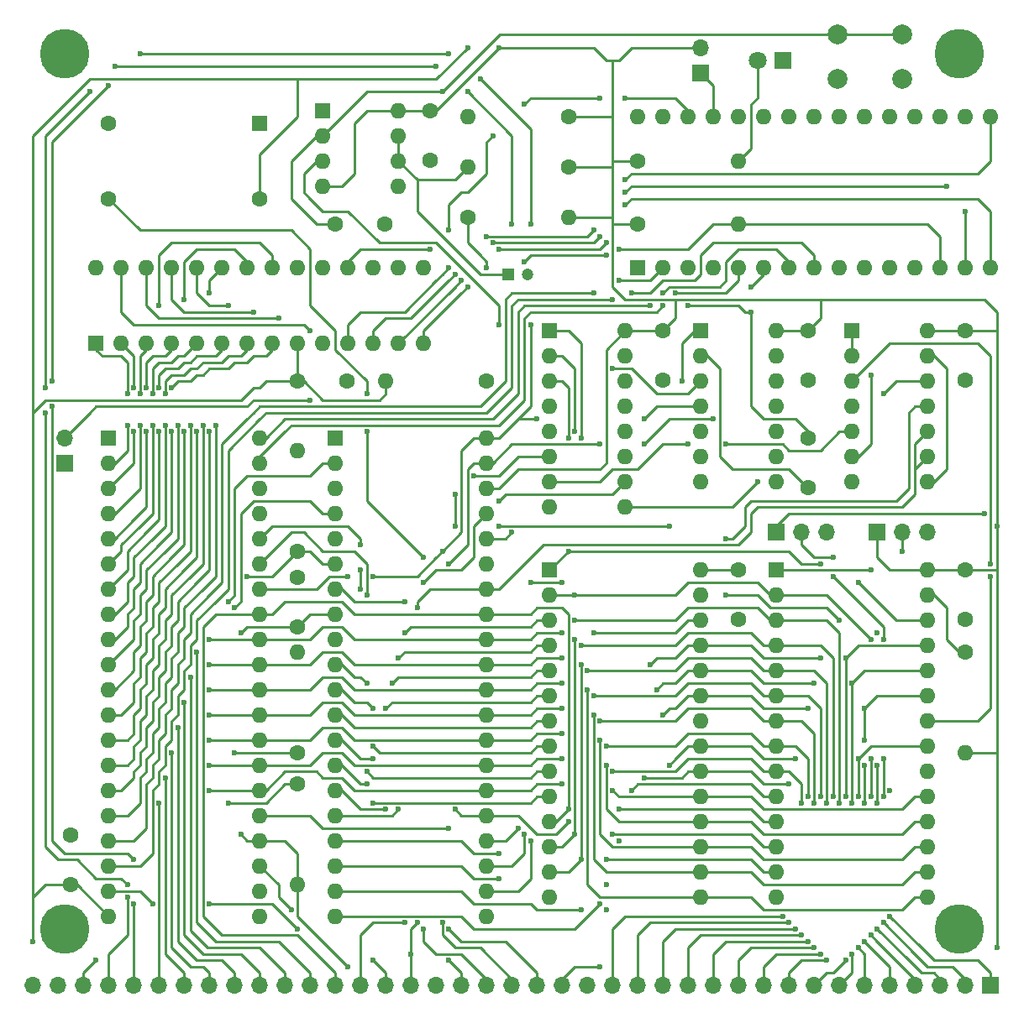
<source format=gtl>
G04 #@! TF.FileFunction,Copper,L1,Top,Signal*
%FSLAX46Y46*%
G04 Gerber Fmt 4.6, Leading zero omitted, Abs format (unit mm)*
G04 Created by KiCad (PCBNEW 4.0.6) date 07/09/17 19:14:54*
%MOMM*%
%LPD*%
G01*
G04 APERTURE LIST*
%ADD10C,0.100000*%
%ADD11R,1.600000X1.600000*%
%ADD12O,1.600000X1.600000*%
%ADD13C,1.600000*%
%ADD14R,1.700000X1.700000*%
%ADD15O,1.700000X1.700000*%
%ADD16C,2.000000*%
%ADD17R,1.200000X1.200000*%
%ADD18C,1.200000*%
%ADD19C,5.000000*%
%ADD20R,1.800000X1.800000*%
%ADD21C,1.800000*%
%ADD22C,0.600000*%
%ADD23C,0.250000*%
G04 APERTURE END LIST*
D10*
D11*
X147955000Y-82550000D03*
D12*
X163195000Y-130810000D03*
X147955000Y-85090000D03*
X163195000Y-128270000D03*
X147955000Y-87630000D03*
X163195000Y-125730000D03*
X147955000Y-90170000D03*
X163195000Y-123190000D03*
X147955000Y-92710000D03*
X163195000Y-120650000D03*
X147955000Y-95250000D03*
X163195000Y-118110000D03*
X147955000Y-97790000D03*
X163195000Y-115570000D03*
X147955000Y-100330000D03*
X163195000Y-113030000D03*
X147955000Y-102870000D03*
X163195000Y-110490000D03*
X147955000Y-105410000D03*
X163195000Y-107950000D03*
X147955000Y-107950000D03*
X163195000Y-105410000D03*
X147955000Y-110490000D03*
X163195000Y-102870000D03*
X147955000Y-113030000D03*
X163195000Y-100330000D03*
X147955000Y-115570000D03*
X163195000Y-97790000D03*
X147955000Y-118110000D03*
X163195000Y-95250000D03*
X147955000Y-120650000D03*
X163195000Y-92710000D03*
X147955000Y-123190000D03*
X163195000Y-90170000D03*
X147955000Y-125730000D03*
X163195000Y-87630000D03*
X147955000Y-128270000D03*
X163195000Y-85090000D03*
X147955000Y-130810000D03*
X163195000Y-82550000D03*
D13*
X144145000Y-101600000D03*
X144145000Y-96600000D03*
X188595000Y-95885000D03*
X188595000Y-100885000D03*
X211455000Y-95885000D03*
X211455000Y-100885000D03*
X211455000Y-71755000D03*
X211455000Y-76755000D03*
X147955000Y-60960000D03*
X152955000Y-60960000D03*
X195580000Y-71755000D03*
X195580000Y-76755000D03*
X121285000Y-127635000D03*
X121285000Y-122635000D03*
X144145000Y-76835000D03*
X149145000Y-76835000D03*
X157480000Y-49530000D03*
X157480000Y-54530000D03*
D11*
X178435000Y-65405000D03*
D12*
X211455000Y-50165000D03*
X180975000Y-65405000D03*
X208915000Y-50165000D03*
X183515000Y-65405000D03*
X206375000Y-50165000D03*
X186055000Y-65405000D03*
X203835000Y-50165000D03*
X188595000Y-65405000D03*
X201295000Y-50165000D03*
X191135000Y-65405000D03*
X198755000Y-50165000D03*
X193675000Y-65405000D03*
X196215000Y-50165000D03*
X196215000Y-65405000D03*
X193675000Y-50165000D03*
X198755000Y-65405000D03*
X191135000Y-50165000D03*
X201295000Y-65405000D03*
X188595000Y-50165000D03*
X203835000Y-65405000D03*
X186055000Y-50165000D03*
X206375000Y-65405000D03*
X183515000Y-50165000D03*
X208915000Y-65405000D03*
X180975000Y-50165000D03*
X211455000Y-65405000D03*
X178435000Y-50165000D03*
X213995000Y-65405000D03*
X213995000Y-50165000D03*
D14*
X213995000Y-137795000D03*
D15*
X211455000Y-137795000D03*
X208915000Y-137795000D03*
X206375000Y-137795000D03*
X203835000Y-137795000D03*
X201295000Y-137795000D03*
X198755000Y-137795000D03*
X196215000Y-137795000D03*
X193675000Y-137795000D03*
X191135000Y-137795000D03*
X188595000Y-137795000D03*
X186055000Y-137795000D03*
X183515000Y-137795000D03*
X180975000Y-137795000D03*
X178435000Y-137795000D03*
X175895000Y-137795000D03*
X173355000Y-137795000D03*
X170815000Y-137795000D03*
X168275000Y-137795000D03*
X165735000Y-137795000D03*
X163195000Y-137795000D03*
X160655000Y-137795000D03*
X158115000Y-137795000D03*
X155575000Y-137795000D03*
X153035000Y-137795000D03*
X150495000Y-137795000D03*
X147955000Y-137795000D03*
X145415000Y-137795000D03*
X142875000Y-137795000D03*
X140335000Y-137795000D03*
X137795000Y-137795000D03*
X135255000Y-137795000D03*
X132715000Y-137795000D03*
X130175000Y-137795000D03*
X127635000Y-137795000D03*
X125095000Y-137795000D03*
X122555000Y-137795000D03*
X120015000Y-137795000D03*
X117475000Y-137795000D03*
D13*
X211455000Y-104140000D03*
D12*
X211455000Y-114300000D03*
D13*
X171450000Y-50165000D03*
D12*
X161290000Y-50165000D03*
D13*
X171450000Y-55245000D03*
D12*
X161290000Y-55245000D03*
D13*
X161290000Y-60325000D03*
D12*
X171450000Y-60325000D03*
D13*
X178435000Y-54610000D03*
D12*
X188595000Y-54610000D03*
D13*
X144145000Y-117475000D03*
D12*
X144145000Y-127635000D03*
D13*
X144145000Y-114300000D03*
D12*
X144145000Y-104140000D03*
D13*
X144145000Y-93980000D03*
D12*
X144145000Y-83820000D03*
D13*
X178435000Y-60960000D03*
D12*
X188595000Y-60960000D03*
D16*
X205105000Y-41855000D03*
X205105000Y-46355000D03*
X198605000Y-41855000D03*
X198605000Y-46355000D03*
D11*
X169545000Y-95885000D03*
D12*
X184785000Y-128905000D03*
X169545000Y-98425000D03*
X184785000Y-126365000D03*
X169545000Y-100965000D03*
X184785000Y-123825000D03*
X169545000Y-103505000D03*
X184785000Y-121285000D03*
X169545000Y-106045000D03*
X184785000Y-118745000D03*
X169545000Y-108585000D03*
X184785000Y-116205000D03*
X169545000Y-111125000D03*
X184785000Y-113665000D03*
X169545000Y-113665000D03*
X184785000Y-111125000D03*
X169545000Y-116205000D03*
X184785000Y-108585000D03*
X169545000Y-118745000D03*
X184785000Y-106045000D03*
X169545000Y-121285000D03*
X184785000Y-103505000D03*
X169545000Y-123825000D03*
X184785000Y-100965000D03*
X169545000Y-126365000D03*
X184785000Y-98425000D03*
X169545000Y-128905000D03*
X184785000Y-95885000D03*
D11*
X200025000Y-71755000D03*
D12*
X207645000Y-86995000D03*
X200025000Y-74295000D03*
X207645000Y-84455000D03*
X200025000Y-76835000D03*
X207645000Y-81915000D03*
X200025000Y-79375000D03*
X207645000Y-79375000D03*
X200025000Y-81915000D03*
X207645000Y-76835000D03*
X200025000Y-84455000D03*
X207645000Y-74295000D03*
X200025000Y-86995000D03*
X207645000Y-71755000D03*
D11*
X184785000Y-71755000D03*
D12*
X192405000Y-86995000D03*
X184785000Y-74295000D03*
X192405000Y-84455000D03*
X184785000Y-76835000D03*
X192405000Y-81915000D03*
X184785000Y-79375000D03*
X192405000Y-79375000D03*
X184785000Y-81915000D03*
X192405000Y-76835000D03*
X184785000Y-84455000D03*
X192405000Y-74295000D03*
X184785000Y-86995000D03*
X192405000Y-71755000D03*
D11*
X125095000Y-82550000D03*
D12*
X140335000Y-130810000D03*
X125095000Y-85090000D03*
X140335000Y-128270000D03*
X125095000Y-87630000D03*
X140335000Y-125730000D03*
X125095000Y-90170000D03*
X140335000Y-123190000D03*
X125095000Y-92710000D03*
X140335000Y-120650000D03*
X125095000Y-95250000D03*
X140335000Y-118110000D03*
X125095000Y-97790000D03*
X140335000Y-115570000D03*
X125095000Y-100330000D03*
X140335000Y-113030000D03*
X125095000Y-102870000D03*
X140335000Y-110490000D03*
X125095000Y-105410000D03*
X140335000Y-107950000D03*
X125095000Y-107950000D03*
X140335000Y-105410000D03*
X125095000Y-110490000D03*
X140335000Y-102870000D03*
X125095000Y-113030000D03*
X140335000Y-100330000D03*
X125095000Y-115570000D03*
X140335000Y-97790000D03*
X125095000Y-118110000D03*
X140335000Y-95250000D03*
X125095000Y-120650000D03*
X140335000Y-92710000D03*
X125095000Y-123190000D03*
X140335000Y-90170000D03*
X125095000Y-125730000D03*
X140335000Y-87630000D03*
X125095000Y-128270000D03*
X140335000Y-85090000D03*
X125095000Y-130810000D03*
X140335000Y-82550000D03*
D11*
X123825000Y-73025000D03*
D12*
X156845000Y-65405000D03*
X126365000Y-73025000D03*
X154305000Y-65405000D03*
X128905000Y-73025000D03*
X151765000Y-65405000D03*
X131445000Y-73025000D03*
X149225000Y-65405000D03*
X133985000Y-73025000D03*
X146685000Y-65405000D03*
X136525000Y-73025000D03*
X144145000Y-65405000D03*
X139065000Y-73025000D03*
X141605000Y-65405000D03*
X141605000Y-73025000D03*
X139065000Y-65405000D03*
X144145000Y-73025000D03*
X136525000Y-65405000D03*
X146685000Y-73025000D03*
X133985000Y-65405000D03*
X149225000Y-73025000D03*
X131445000Y-65405000D03*
X151765000Y-73025000D03*
X128905000Y-65405000D03*
X154305000Y-73025000D03*
X126365000Y-65405000D03*
X156845000Y-73025000D03*
X123825000Y-65405000D03*
D11*
X140335000Y-50800000D03*
D13*
X140335000Y-58420000D03*
X125095000Y-58420000D03*
X125095000Y-50800000D03*
D11*
X169545000Y-71755000D03*
D12*
X177165000Y-89535000D03*
X169545000Y-74295000D03*
X177165000Y-86995000D03*
X169545000Y-76835000D03*
X177165000Y-84455000D03*
X169545000Y-79375000D03*
X177165000Y-81915000D03*
X169545000Y-81915000D03*
X177165000Y-79375000D03*
X169545000Y-84455000D03*
X177165000Y-76835000D03*
X169545000Y-86995000D03*
X177165000Y-74295000D03*
X169545000Y-89535000D03*
X177165000Y-71755000D03*
D11*
X192405000Y-95885000D03*
D12*
X207645000Y-128905000D03*
X192405000Y-98425000D03*
X207645000Y-126365000D03*
X192405000Y-100965000D03*
X207645000Y-123825000D03*
X192405000Y-103505000D03*
X207645000Y-121285000D03*
X192405000Y-106045000D03*
X207645000Y-118745000D03*
X192405000Y-108585000D03*
X207645000Y-116205000D03*
X192405000Y-111125000D03*
X207645000Y-113665000D03*
X192405000Y-113665000D03*
X207645000Y-111125000D03*
X192405000Y-116205000D03*
X207645000Y-108585000D03*
X192405000Y-118745000D03*
X207645000Y-106045000D03*
X192405000Y-121285000D03*
X207645000Y-103505000D03*
X192405000Y-123825000D03*
X207645000Y-100965000D03*
X192405000Y-126365000D03*
X207645000Y-98425000D03*
X192405000Y-128905000D03*
X207645000Y-95885000D03*
D11*
X146685000Y-49530000D03*
D12*
X154305000Y-57150000D03*
X146685000Y-52070000D03*
X154305000Y-54610000D03*
X146685000Y-54610000D03*
X154305000Y-52070000D03*
X146685000Y-57150000D03*
X154305000Y-49530000D03*
D13*
X180975000Y-71755000D03*
X180975000Y-76755000D03*
D17*
X165354000Y-66040000D03*
D18*
X167354000Y-66040000D03*
D13*
X195580000Y-82550000D03*
X195580000Y-87550000D03*
D19*
X210820000Y-132080000D03*
X120650000Y-132080000D03*
X210820000Y-43815000D03*
X120650000Y-43815000D03*
D14*
X120650000Y-85090000D03*
D15*
X120650000Y-82550000D03*
D20*
X193040000Y-44450000D03*
D21*
X190500000Y-44450000D03*
D14*
X184785000Y-45720000D03*
D15*
X184785000Y-43180000D03*
D14*
X192405000Y-92075000D03*
D15*
X194945000Y-92075000D03*
X197485000Y-92075000D03*
D14*
X202565000Y-92075000D03*
D15*
X205105000Y-92075000D03*
X207645000Y-92075000D03*
D13*
X163195000Y-76835000D03*
D12*
X153035000Y-76835000D03*
D22*
X173990000Y-67945000D03*
X183515000Y-69215000D03*
X189865000Y-69850000D03*
X189865000Y-67310000D03*
X214630000Y-91440000D03*
X213360000Y-90170000D03*
X138430000Y-122555000D03*
X138430000Y-102235000D03*
X149225000Y-135890000D03*
X214630000Y-133985000D03*
X174625000Y-135890000D03*
X161290000Y-43180000D03*
X164465000Y-43180000D03*
X117475000Y-133350000D03*
X145415000Y-78740000D03*
X119380000Y-79375000D03*
X119380000Y-76835000D03*
X127635000Y-129540000D03*
X127635000Y-125095000D03*
X162560000Y-46355000D03*
X159385000Y-43815000D03*
X167640000Y-60960000D03*
X128270000Y-43815000D03*
X125095000Y-46990000D03*
X118745000Y-80010000D03*
X118745000Y-77470000D03*
X127000000Y-128905000D03*
X127000000Y-127635000D03*
X161290000Y-47625000D03*
X158115000Y-45085000D03*
X165735000Y-60960000D03*
X176530000Y-66675000D03*
X125730000Y-45085000D03*
X123190000Y-47625000D03*
X182245000Y-67945000D03*
X180975000Y-69215000D03*
X180975000Y-67945000D03*
X179705000Y-69215000D03*
X177800000Y-67945000D03*
X175895000Y-68580000D03*
X177165000Y-48260000D03*
X174625000Y-48260000D03*
X167005000Y-48895000D03*
X163830000Y-52070000D03*
X159385000Y-61595000D03*
X157480000Y-63500000D03*
X159385000Y-65405000D03*
X176530000Y-63500000D03*
X175260000Y-64135000D03*
X167005000Y-64770000D03*
X160655000Y-66675000D03*
X163830000Y-62865000D03*
X177165000Y-57785000D03*
X174625000Y-62230000D03*
X211455000Y-59690000D03*
X209550000Y-57150000D03*
X175260000Y-62865000D03*
X177165000Y-59055000D03*
X164465000Y-63500000D03*
X161290000Y-67310000D03*
X160020000Y-66040000D03*
X163195000Y-62230000D03*
X177165000Y-56515000D03*
X173990000Y-61595000D03*
X160020000Y-120015000D03*
X160020000Y-91440000D03*
X160020000Y-88265000D03*
X161925000Y-86360000D03*
X179070000Y-116840000D03*
X171450000Y-121285000D03*
X203835000Y-130810000D03*
X193675000Y-117475000D03*
X203835000Y-118110000D03*
X171450000Y-93980000D03*
X171450000Y-82550000D03*
X203200000Y-102870000D03*
X203200000Y-131445000D03*
X203200000Y-114935000D03*
X203200000Y-118745000D03*
X196850000Y-95250000D03*
X198120000Y-96520000D03*
X166370000Y-121920000D03*
X173990000Y-102235000D03*
X172085000Y-81915000D03*
X170815000Y-97155000D03*
X198755000Y-100965000D03*
X187325000Y-98425000D03*
X202565000Y-102235000D03*
X202565000Y-132080000D03*
X202565000Y-115570000D03*
X202565000Y-119380000D03*
X167640000Y-97155000D03*
X167005000Y-122555000D03*
X172720000Y-82550000D03*
X172085000Y-98425000D03*
X167640000Y-123190000D03*
X201930000Y-102870000D03*
X201930000Y-132715000D03*
X201930000Y-114935000D03*
X201930000Y-118745000D03*
X180975000Y-110490000D03*
X174625000Y-129540000D03*
X201295000Y-109855000D03*
X195580000Y-109855000D03*
X201295000Y-133350000D03*
X201295000Y-119380000D03*
X201295000Y-115570000D03*
X201295000Y-113030000D03*
X172720000Y-130175000D03*
X175260000Y-130175000D03*
X181610000Y-115570000D03*
X200660000Y-114935000D03*
X194310000Y-114935000D03*
X200660000Y-133985000D03*
X200660000Y-118745000D03*
X180340000Y-107950000D03*
X164465000Y-127000000D03*
X175260000Y-127635000D03*
X200025000Y-107315000D03*
X196215000Y-107315000D03*
X200025000Y-134620000D03*
X200025000Y-119380000D03*
X179705000Y-105410000D03*
X176530000Y-123190000D03*
X164465000Y-124460000D03*
X199390000Y-104775000D03*
X196850000Y-104775000D03*
X199390000Y-118745000D03*
X199390000Y-135255000D03*
X172085000Y-100965000D03*
X154305000Y-120015000D03*
X154940000Y-102235000D03*
X198755000Y-119380000D03*
X197485000Y-135255000D03*
X153035000Y-120015000D03*
X154305000Y-104775000D03*
X172720000Y-103505000D03*
X198120000Y-118745000D03*
X196850000Y-134620000D03*
X151130000Y-117475000D03*
X153670000Y-107315000D03*
X173355000Y-106045000D03*
X196215000Y-133985000D03*
X197485000Y-119380000D03*
X151765000Y-114935000D03*
X153035000Y-109855000D03*
X173990000Y-108585000D03*
X195580000Y-133350000D03*
X196850000Y-118745000D03*
X174625000Y-111125000D03*
X194945000Y-132715000D03*
X196215000Y-119380000D03*
X151765000Y-109855000D03*
X151765000Y-113665000D03*
X175260000Y-113665000D03*
X195580000Y-118745000D03*
X194310000Y-132080000D03*
X151130000Y-98425000D03*
X151130000Y-107315000D03*
X151130000Y-116205000D03*
X175895000Y-116205000D03*
X193675000Y-131445000D03*
X194945000Y-119380000D03*
X150495000Y-97790000D03*
X150495000Y-93345000D03*
X150495000Y-95885000D03*
X151765000Y-119380000D03*
X177800000Y-118110000D03*
X193040000Y-130810000D03*
X203200000Y-78105000D03*
X186055000Y-80645000D03*
X179070000Y-83185000D03*
X174625000Y-83185000D03*
X159385000Y-95250000D03*
X159385000Y-121920000D03*
X159385000Y-132080000D03*
X167640000Y-71120000D03*
X163195000Y-65405000D03*
X179070000Y-80645000D03*
X168275000Y-80645000D03*
X151765000Y-96520000D03*
X149225000Y-96520000D03*
X158750000Y-131445000D03*
X158750000Y-93980000D03*
X156845000Y-94615000D03*
X151130000Y-81915000D03*
X151130000Y-78105000D03*
X156845000Y-132080000D03*
X156845000Y-97155000D03*
X137795000Y-114300000D03*
X159385000Y-135255000D03*
X137795000Y-99695000D03*
X156210000Y-99695000D03*
X156210000Y-131445000D03*
X155575000Y-134620000D03*
X137160000Y-119380000D03*
X151765000Y-135255000D03*
X137160000Y-99060000D03*
X154940000Y-99060000D03*
X154940000Y-131445000D03*
X171450000Y-120015000D03*
X176530000Y-120015000D03*
X170815000Y-102235000D03*
X172085000Y-102870000D03*
X172085000Y-122555000D03*
X175895000Y-122555000D03*
X133985000Y-104140000D03*
X135255000Y-102870000D03*
X172720000Y-125095000D03*
X175260000Y-125095000D03*
X172720000Y-105410000D03*
X170815000Y-104775000D03*
X133350000Y-106680000D03*
X135255000Y-105410000D03*
X170815000Y-107315000D03*
X173355000Y-107950000D03*
X132715000Y-109220000D03*
X135255000Y-107950000D03*
X173990000Y-110490000D03*
X170815000Y-109855000D03*
X132080000Y-111760000D03*
X135255000Y-110490000D03*
X174625000Y-113030000D03*
X170815000Y-112395000D03*
X135255000Y-113030000D03*
X131445000Y-114300000D03*
X175260000Y-115570000D03*
X170815000Y-114935000D03*
X130810000Y-116840000D03*
X135255000Y-115570000D03*
X170815000Y-117475000D03*
X175895000Y-118110000D03*
X130175000Y-119380000D03*
X135255000Y-118110000D03*
X139065000Y-96520000D03*
X123825000Y-135255000D03*
X200660000Y-97155000D03*
X198120000Y-94615000D03*
X201930000Y-95885000D03*
X205105000Y-93980000D03*
X143510000Y-130175000D03*
X164465000Y-88900000D03*
X213995000Y-96520000D03*
X213995000Y-95250000D03*
X201930000Y-76200000D03*
X127000000Y-81280000D03*
X127000000Y-78105000D03*
X127635000Y-81915000D03*
X127635000Y-77470000D03*
X128270000Y-78105000D03*
X128270000Y-81280000D03*
X128905000Y-77470000D03*
X128905000Y-81915000D03*
X129540000Y-81280000D03*
X129540000Y-78105000D03*
X130175000Y-81915000D03*
X130175000Y-77470000D03*
X130810000Y-78105000D03*
X130810000Y-81280000D03*
X131445000Y-77470000D03*
X131445000Y-81915000D03*
X130175000Y-69215000D03*
X132080000Y-81280000D03*
X132715000Y-68580000D03*
X132715000Y-81915000D03*
X133350000Y-81280000D03*
X135255000Y-67945000D03*
X133985000Y-81915000D03*
X137160000Y-69215000D03*
X134620000Y-81280000D03*
X139700000Y-69850000D03*
X135255000Y-81915000D03*
X142240000Y-70485000D03*
X145415000Y-71755000D03*
X135890000Y-81280000D03*
X187325000Y-92710000D03*
X190500000Y-86995000D03*
X187325000Y-83185000D03*
X183515000Y-83185000D03*
X164465000Y-71120000D03*
X175895000Y-75565000D03*
X164465000Y-91440000D03*
X181610000Y-91440000D03*
X144145000Y-132080000D03*
X135255000Y-129540000D03*
X129540000Y-129540000D03*
X182880000Y-76835000D03*
X158750000Y-47625000D03*
X165735000Y-92075000D03*
D23*
X189865000Y-69850000D02*
X189230000Y-69850000D01*
X165100000Y-76835000D02*
X165100000Y-68580000D01*
X165100000Y-68580000D02*
X165735000Y-67945000D01*
X165735000Y-67945000D02*
X173990000Y-67945000D01*
X149860000Y-79375000D02*
X162560000Y-79375000D01*
X140335000Y-79375000D02*
X149860000Y-79375000D01*
X136525000Y-83185000D02*
X139065000Y-80645000D01*
X136525000Y-97155000D02*
X136525000Y-83185000D01*
X133350000Y-102235000D02*
X133350000Y-100330000D01*
X127635000Y-123190000D02*
X128905000Y-121920000D01*
X128905000Y-121920000D02*
X128905000Y-117475000D01*
X127635000Y-123190000D02*
X125095000Y-123190000D01*
X132080000Y-107315000D02*
X132080000Y-105410000D01*
X131445000Y-107950000D02*
X132080000Y-107315000D01*
X129540000Y-116840000D02*
X129540000Y-115570000D01*
X129540000Y-115570000D02*
X130175000Y-114935000D01*
X130175000Y-114935000D02*
X130175000Y-113030000D01*
X130175000Y-113030000D02*
X130810000Y-112395000D01*
X130810000Y-112395000D02*
X130810000Y-111125000D01*
X130810000Y-111125000D02*
X130810000Y-110490000D01*
X130810000Y-110490000D02*
X131445000Y-109855000D01*
X131445000Y-109855000D02*
X131445000Y-107950000D01*
X128905000Y-117475000D02*
X129540000Y-116840000D01*
X132715000Y-104775000D02*
X132715000Y-102870000D01*
X132715000Y-102870000D02*
X133350000Y-102235000D01*
X132080000Y-105410000D02*
X132715000Y-104775000D01*
X133350000Y-100330000D02*
X135255000Y-98425000D01*
X135255000Y-98425000D02*
X136525000Y-97155000D01*
X139065000Y-80645000D02*
X139700000Y-80010000D01*
X139700000Y-80010000D02*
X140335000Y-79375000D01*
X162560000Y-79375000D02*
X165100000Y-76835000D01*
X188595000Y-69215000D02*
X183515000Y-69215000D01*
X189230000Y-69850000D02*
X188595000Y-69215000D01*
X195580000Y-82550000D02*
X195580000Y-81915000D01*
X195580000Y-81915000D02*
X194310000Y-80645000D01*
X194310000Y-80645000D02*
X191135000Y-80645000D01*
X191135000Y-80645000D02*
X189865000Y-79375000D01*
X189865000Y-79375000D02*
X189865000Y-69850000D01*
X189865000Y-67310000D02*
X191135000Y-66040000D01*
X191135000Y-66040000D02*
X191135000Y-65405000D01*
X144145000Y-76835000D02*
X144780000Y-76835000D01*
X144780000Y-76835000D02*
X146685000Y-78740000D01*
X153035000Y-78105000D02*
X153035000Y-76835000D01*
X152400000Y-78740000D02*
X153035000Y-78105000D01*
X146685000Y-78740000D02*
X152400000Y-78740000D01*
X202565000Y-92075000D02*
X202565000Y-94615000D01*
X202565000Y-94615000D02*
X203835000Y-95885000D01*
X203835000Y-95885000D02*
X207645000Y-95885000D01*
X139700000Y-77470000D02*
X140335000Y-77470000D01*
X138430000Y-78740000D02*
X139700000Y-77470000D01*
X117475000Y-80010000D02*
X118745000Y-78740000D01*
X137795000Y-78740000D02*
X118745000Y-78740000D01*
X137795000Y-78740000D02*
X138430000Y-78740000D01*
X140970000Y-76835000D02*
X144145000Y-76835000D01*
X140335000Y-77470000D02*
X140970000Y-76835000D01*
X201295000Y-90170000D02*
X213360000Y-90170000D01*
X163195000Y-87630000D02*
X164465000Y-87630000D01*
X175260000Y-73660000D02*
X177165000Y-71755000D01*
X175260000Y-85090000D02*
X175260000Y-73660000D01*
X174625000Y-85725000D02*
X175260000Y-85090000D01*
X166370000Y-85725000D02*
X174625000Y-85725000D01*
X164465000Y-87630000D02*
X166370000Y-85725000D01*
X139065000Y-123190000D02*
X140335000Y-123190000D01*
X139065000Y-123190000D02*
X138430000Y-122555000D01*
X192405000Y-92075000D02*
X192405000Y-91440000D01*
X192405000Y-91440000D02*
X193675000Y-90170000D01*
X193675000Y-90170000D02*
X201295000Y-90170000D01*
X139065000Y-101600000D02*
X144145000Y-101600000D01*
X138430000Y-102235000D02*
X139065000Y-101600000D01*
X144145000Y-127635000D02*
X144145000Y-124460000D01*
X144145000Y-124460000D02*
X142875000Y-123190000D01*
X142875000Y-123190000D02*
X140335000Y-123190000D01*
X144145000Y-127635000D02*
X144145000Y-130810000D01*
X144145000Y-130810000D02*
X149225000Y-135890000D01*
X144145000Y-101600000D02*
X145415000Y-100330000D01*
X145415000Y-100330000D02*
X147955000Y-100330000D01*
X121285000Y-127635000D02*
X121920000Y-127635000D01*
X121920000Y-127635000D02*
X125095000Y-130810000D01*
X121285000Y-127635000D02*
X118745000Y-127635000D01*
X118745000Y-127635000D02*
X117475000Y-128905000D01*
X170815000Y-137795000D02*
X170815000Y-137160000D01*
X170815000Y-137160000D02*
X172085000Y-135890000D01*
X214630000Y-118745000D02*
X214630000Y-114300000D01*
X214630000Y-133985000D02*
X214630000Y-118745000D01*
X172085000Y-135890000D02*
X174625000Y-135890000D01*
X144145000Y-46355000D02*
X144145000Y-47625000D01*
X140335000Y-53975000D02*
X144145000Y-50165000D01*
X144145000Y-50165000D02*
X144145000Y-47625000D01*
X140335000Y-53975000D02*
X140335000Y-58420000D01*
X117475000Y-83820000D02*
X117475000Y-82550000D01*
X117475000Y-106045000D02*
X117475000Y-105410000D01*
X117475000Y-127635000D02*
X117475000Y-106045000D01*
X117475000Y-128905000D02*
X117475000Y-127635000D01*
X117475000Y-105410000D02*
X117475000Y-104140000D01*
X117475000Y-95885000D02*
X117475000Y-83820000D01*
X117475000Y-104140000D02*
X117475000Y-97155000D01*
X117475000Y-97155000D02*
X117475000Y-95885000D01*
X117475000Y-82550000D02*
X117475000Y-80010000D01*
X117475000Y-80010000D02*
X117475000Y-52070000D01*
X125095000Y-46355000D02*
X144145000Y-46355000D01*
X123190000Y-46355000D02*
X125095000Y-46355000D01*
X117475000Y-52070000D02*
X123190000Y-46355000D01*
X161290000Y-43180000D02*
X158115000Y-46355000D01*
X144145000Y-46355000D02*
X145415000Y-46355000D01*
X145415000Y-46355000D02*
X158115000Y-46355000D01*
X171450000Y-60325000D02*
X175895000Y-60325000D01*
X175895000Y-60325000D02*
X175895000Y-59690000D01*
X171450000Y-55245000D02*
X175895000Y-55245000D01*
X157480000Y-49530000D02*
X158115000Y-49530000D01*
X158115000Y-49530000D02*
X164465000Y-43180000D01*
X171450000Y-50165000D02*
X175895000Y-50165000D01*
X146685000Y-57150000D02*
X148590000Y-57150000D01*
X151130000Y-49530000D02*
X154305000Y-49530000D01*
X149860000Y-50800000D02*
X151130000Y-49530000D01*
X149860000Y-55880000D02*
X149860000Y-50800000D01*
X148590000Y-57150000D02*
X149860000Y-55880000D01*
X175895000Y-44450000D02*
X176530000Y-44450000D01*
X176530000Y-44450000D02*
X177800000Y-43180000D01*
X175895000Y-44450000D02*
X175260000Y-44450000D01*
X175260000Y-44450000D02*
X173990000Y-43180000D01*
X164465000Y-43180000D02*
X173990000Y-43180000D01*
X117475000Y-133350000D02*
X117475000Y-128905000D01*
X211455000Y-114300000D02*
X214630000Y-114300000D01*
X154305000Y-49530000D02*
X157480000Y-49530000D01*
X144145000Y-76835000D02*
X144145000Y-73025000D01*
X178435000Y-60960000D02*
X175895000Y-60960000D01*
X178435000Y-54610000D02*
X175895000Y-54610000D01*
X211455000Y-95885000D02*
X214630000Y-95885000D01*
X214630000Y-114300000D02*
X214630000Y-95885000D01*
X214630000Y-95885000D02*
X214630000Y-91440000D01*
X214630000Y-91440000D02*
X214630000Y-82550000D01*
X214630000Y-82550000D02*
X214630000Y-71755000D01*
X211455000Y-71755000D02*
X214630000Y-71755000D01*
X196850000Y-68580000D02*
X196850000Y-69215000D01*
X196850000Y-69215000D02*
X196850000Y-70485000D01*
X196850000Y-70485000D02*
X195580000Y-71755000D01*
X207645000Y-71755000D02*
X211455000Y-71755000D01*
X197485000Y-68580000D02*
X213360000Y-68580000D01*
X196850000Y-68580000D02*
X197485000Y-68580000D01*
X213360000Y-68580000D02*
X214630000Y-69850000D01*
X214630000Y-69850000D02*
X214630000Y-71755000D01*
X195580000Y-71755000D02*
X192405000Y-71755000D01*
X182245000Y-68580000D02*
X195580000Y-68580000D01*
X195580000Y-68580000D02*
X196850000Y-68580000D01*
X180975000Y-71755000D02*
X182245000Y-70485000D01*
X175895000Y-44450000D02*
X175895000Y-50165000D01*
X175895000Y-50165000D02*
X175895000Y-54610000D01*
X175895000Y-54610000D02*
X175895000Y-55245000D01*
X175895000Y-55245000D02*
X175895000Y-59690000D01*
X175895000Y-59690000D02*
X175895000Y-60960000D01*
X175895000Y-60960000D02*
X175895000Y-67310000D01*
X175895000Y-67310000D02*
X177165000Y-68580000D01*
X177165000Y-68580000D02*
X179705000Y-68580000D01*
X177800000Y-43180000D02*
X184785000Y-43180000D01*
X182245000Y-68580000D02*
X179705000Y-68580000D01*
X182245000Y-70485000D02*
X182245000Y-68580000D01*
X177165000Y-71755000D02*
X180975000Y-71755000D01*
X207645000Y-95885000D02*
X211455000Y-95885000D01*
X184785000Y-95885000D02*
X188595000Y-95885000D01*
X190500000Y-44450000D02*
X190500000Y-48260000D01*
X189865000Y-53340000D02*
X188595000Y-54610000D01*
X189865000Y-48895000D02*
X189865000Y-53340000D01*
X190500000Y-48260000D02*
X189865000Y-48895000D01*
X145415000Y-78740000D02*
X144145000Y-78740000D01*
X139065000Y-79375000D02*
X139700000Y-78740000D01*
X139700000Y-78740000D02*
X144145000Y-78740000D01*
X123190000Y-80010000D02*
X120650000Y-82550000D01*
X123825000Y-79375000D02*
X123190000Y-80010000D01*
X138430000Y-79375000D02*
X123825000Y-79375000D01*
X138430000Y-79375000D02*
X139065000Y-79375000D01*
X119380000Y-63500000D02*
X119380000Y-52705000D01*
X119380000Y-76835000D02*
X119380000Y-63500000D01*
X119380000Y-88265000D02*
X119380000Y-123190000D01*
X127635000Y-125095000D02*
X127000000Y-124460000D01*
X127000000Y-124460000D02*
X120650000Y-124460000D01*
X120650000Y-124460000D02*
X119380000Y-123190000D01*
X127635000Y-137795000D02*
X127635000Y-133985000D01*
X127635000Y-133985000D02*
X127635000Y-129540000D01*
X119380000Y-88265000D02*
X119380000Y-79375000D01*
X167640000Y-51435000D02*
X162560000Y-46355000D01*
X167640000Y-60960000D02*
X167640000Y-51435000D01*
X128270000Y-43815000D02*
X159385000Y-43815000D01*
X119380000Y-52705000D02*
X125095000Y-46990000D01*
X118745000Y-63500000D02*
X118745000Y-52070000D01*
X118745000Y-77470000D02*
X118745000Y-63500000D01*
X118745000Y-94615000D02*
X118745000Y-123825000D01*
X127000000Y-132715000D02*
X127000000Y-129540000D01*
X127000000Y-129540000D02*
X127000000Y-128905000D01*
X127000000Y-127635000D02*
X126365000Y-127000000D01*
X126365000Y-127000000D02*
X123825000Y-127000000D01*
X123825000Y-127000000D02*
X121920000Y-125095000D01*
X121920000Y-125095000D02*
X120015000Y-125095000D01*
X120015000Y-125095000D02*
X118745000Y-123825000D01*
X125095000Y-137795000D02*
X125095000Y-134620000D01*
X125095000Y-134620000D02*
X125730000Y-133985000D01*
X125730000Y-133985000D02*
X127000000Y-132715000D01*
X118745000Y-94615000D02*
X118745000Y-80010000D01*
X165735000Y-52070000D02*
X161290000Y-47625000D01*
X179705000Y-66675000D02*
X180975000Y-65405000D01*
X179705000Y-66675000D02*
X176530000Y-66675000D01*
X165735000Y-60960000D02*
X165735000Y-52070000D01*
X147320000Y-45085000D02*
X158115000Y-45085000D01*
X125730000Y-45085000D02*
X147320000Y-45085000D01*
X118745000Y-52070000D02*
X123190000Y-47625000D01*
X170815000Y-69850000D02*
X180340000Y-69850000D01*
X167640000Y-69850000D02*
X167005000Y-70485000D01*
X164465000Y-81280000D02*
X167005000Y-78740000D01*
X167005000Y-78740000D02*
X167005000Y-70485000D01*
X142875000Y-81915000D02*
X143510000Y-81280000D01*
X140335000Y-84455000D02*
X141605000Y-83185000D01*
X141605000Y-83185000D02*
X142875000Y-81915000D01*
X143510000Y-81280000D02*
X149860000Y-81280000D01*
X149860000Y-81280000D02*
X164465000Y-81280000D01*
X170815000Y-69850000D02*
X167640000Y-69850000D01*
X188595000Y-66675000D02*
X188595000Y-65405000D01*
X187325000Y-67945000D02*
X188595000Y-66675000D01*
X182245000Y-67945000D02*
X187325000Y-67945000D01*
X180340000Y-69850000D02*
X180975000Y-69215000D01*
X140335000Y-85090000D02*
X140335000Y-84455000D01*
X170815000Y-69215000D02*
X179705000Y-69215000D01*
X166370000Y-71755000D02*
X166370000Y-69850000D01*
X166370000Y-69850000D02*
X167005000Y-69215000D01*
X167005000Y-69215000D02*
X170815000Y-69215000D01*
X163830000Y-80645000D02*
X166370000Y-78105000D01*
X140970000Y-82550000D02*
X142875000Y-80645000D01*
X142875000Y-80645000D02*
X149860000Y-80645000D01*
X149860000Y-80645000D02*
X163830000Y-80645000D01*
X166370000Y-78105000D02*
X166370000Y-71755000D01*
X192405000Y-63500000D02*
X193675000Y-64770000D01*
X188595000Y-63500000D02*
X192405000Y-63500000D01*
X187325000Y-64770000D02*
X188595000Y-63500000D01*
X187325000Y-66675000D02*
X187325000Y-64770000D01*
X186690000Y-67310000D02*
X187325000Y-66675000D01*
X181610000Y-67310000D02*
X186690000Y-67310000D01*
X180975000Y-67945000D02*
X181610000Y-67310000D01*
X193675000Y-64770000D02*
X193675000Y-65405000D01*
X140335000Y-82550000D02*
X140970000Y-82550000D01*
X170815000Y-68580000D02*
X175895000Y-68580000D01*
X165735000Y-69850000D02*
X165735000Y-69215000D01*
X165735000Y-69215000D02*
X166370000Y-68580000D01*
X166370000Y-68580000D02*
X170815000Y-68580000D01*
X165735000Y-71755000D02*
X165735000Y-77470000D01*
X163195000Y-80010000D02*
X165735000Y-77470000D01*
X140335000Y-80645000D02*
X140970000Y-80010000D01*
X137160000Y-97790000D02*
X137160000Y-83820000D01*
X133985000Y-102870000D02*
X133985000Y-100965000D01*
X128270000Y-125730000D02*
X129540000Y-124460000D01*
X129540000Y-124460000D02*
X129540000Y-118745000D01*
X125095000Y-125730000D02*
X128270000Y-125730000D01*
X132715000Y-107950000D02*
X132715000Y-106045000D01*
X132080000Y-108585000D02*
X132715000Y-107950000D01*
X129540000Y-118110000D02*
X130175000Y-117475000D01*
X130175000Y-117475000D02*
X130175000Y-116205000D01*
X130175000Y-116205000D02*
X130810000Y-115570000D01*
X130810000Y-115570000D02*
X130810000Y-113665000D01*
X130810000Y-113665000D02*
X131445000Y-113030000D01*
X131445000Y-113030000D02*
X131445000Y-111125000D01*
X131445000Y-111125000D02*
X132080000Y-110490000D01*
X132080000Y-110490000D02*
X132080000Y-108585000D01*
X129540000Y-118745000D02*
X129540000Y-118110000D01*
X133350000Y-105410000D02*
X133350000Y-103505000D01*
X133350000Y-103505000D02*
X133985000Y-102870000D01*
X132715000Y-106045000D02*
X133350000Y-105410000D01*
X133985000Y-100965000D02*
X135890000Y-99060000D01*
X135890000Y-99060000D02*
X137160000Y-97790000D01*
X137160000Y-83820000D02*
X140335000Y-80645000D01*
X140970000Y-80010000D02*
X149860000Y-80010000D01*
X149860000Y-80010000D02*
X163195000Y-80010000D01*
X165735000Y-71755000D02*
X165735000Y-69850000D01*
X196215000Y-64135000D02*
X196215000Y-65405000D01*
X194945000Y-62865000D02*
X196215000Y-64135000D01*
X186055000Y-62865000D02*
X194945000Y-62865000D01*
X184785000Y-64135000D02*
X186055000Y-62865000D01*
X184785000Y-66040000D02*
X184785000Y-64135000D01*
X184150000Y-66675000D02*
X184785000Y-66040000D01*
X181610000Y-66675000D02*
X184150000Y-66675000D01*
X180975000Y-66675000D02*
X181610000Y-66675000D01*
X179705000Y-67945000D02*
X180975000Y-66675000D01*
X177800000Y-67945000D02*
X179705000Y-67945000D01*
X183515000Y-50165000D02*
X183515000Y-49530000D01*
X183515000Y-49530000D02*
X182245000Y-48260000D01*
X182245000Y-48260000D02*
X177165000Y-48260000D01*
X174625000Y-48260000D02*
X170180000Y-48260000D01*
X170180000Y-48260000D02*
X168910000Y-48260000D01*
X168910000Y-48260000D02*
X167640000Y-48260000D01*
X167640000Y-48260000D02*
X167005000Y-48895000D01*
X163830000Y-52070000D02*
X163195000Y-52705000D01*
X163195000Y-52705000D02*
X163195000Y-55880000D01*
X163195000Y-55880000D02*
X161290000Y-57785000D01*
X161290000Y-57785000D02*
X160655000Y-57785000D01*
X160655000Y-57785000D02*
X159385000Y-59055000D01*
X159385000Y-59055000D02*
X159385000Y-61595000D01*
X157480000Y-63500000D02*
X150495000Y-63500000D01*
X150495000Y-63500000D02*
X149225000Y-64770000D01*
X149225000Y-64770000D02*
X149225000Y-65405000D01*
X149225000Y-73025000D02*
X149225000Y-71120000D01*
X154940000Y-69850000D02*
X150495000Y-69850000D01*
X150495000Y-69850000D02*
X149225000Y-71120000D01*
X158115000Y-66675000D02*
X158750000Y-66040000D01*
X158115000Y-66675000D02*
X154940000Y-69850000D01*
X158750000Y-66040000D02*
X159385000Y-65405000D01*
X186055000Y-60960000D02*
X188595000Y-60960000D01*
X183515000Y-63500000D02*
X186055000Y-60960000D01*
X176530000Y-63500000D02*
X183515000Y-63500000D01*
X167640000Y-64135000D02*
X175260000Y-64135000D01*
X167005000Y-64770000D02*
X167640000Y-64135000D01*
X188595000Y-60960000D02*
X207010000Y-60960000D01*
X208915000Y-62230000D02*
X208915000Y-65405000D01*
X207645000Y-60960000D02*
X208915000Y-62230000D01*
X207010000Y-60960000D02*
X207645000Y-60960000D01*
X180975000Y-57150000D02*
X209550000Y-57150000D01*
X177800000Y-57150000D02*
X180975000Y-57150000D01*
X163830000Y-62865000D02*
X173990000Y-62865000D01*
X154305000Y-73025000D02*
X160020000Y-67310000D01*
X160020000Y-67310000D02*
X160655000Y-66675000D01*
X173990000Y-62865000D02*
X174625000Y-62230000D01*
X177165000Y-57785000D02*
X177800000Y-57150000D01*
X211455000Y-59690000D02*
X211455000Y-65405000D01*
X180975000Y-58420000D02*
X212725000Y-58420000D01*
X174625000Y-63500000D02*
X175260000Y-62865000D01*
X177165000Y-59055000D02*
X177800000Y-58420000D01*
X177800000Y-58420000D02*
X180975000Y-58420000D01*
X160655000Y-67945000D02*
X161290000Y-67310000D01*
X156845000Y-71755000D02*
X160655000Y-67945000D01*
X156845000Y-73025000D02*
X156845000Y-71755000D01*
X164465000Y-63500000D02*
X174625000Y-63500000D01*
X213995000Y-59690000D02*
X213995000Y-65405000D01*
X212725000Y-58420000D02*
X213995000Y-59690000D01*
X180975000Y-55880000D02*
X212725000Y-55880000D01*
X177800000Y-55880000D02*
X180975000Y-55880000D01*
X163195000Y-62230000D02*
X173355000Y-62230000D01*
X151765000Y-73025000D02*
X151765000Y-71755000D01*
X153035000Y-70485000D02*
X155575000Y-70485000D01*
X151765000Y-71755000D02*
X153035000Y-70485000D01*
X155575000Y-70485000D02*
X159385000Y-66675000D01*
X159385000Y-66675000D02*
X160020000Y-66040000D01*
X173355000Y-62230000D02*
X173990000Y-61595000D01*
X177165000Y-56515000D02*
X177800000Y-55880000D01*
X213995000Y-54610000D02*
X213995000Y-50165000D01*
X212725000Y-55880000D02*
X213995000Y-54610000D01*
X169545000Y-84455000D02*
X166370000Y-84455000D01*
X160655000Y-120650000D02*
X160020000Y-120015000D01*
X160655000Y-120650000D02*
X163195000Y-120650000D01*
X160020000Y-88265000D02*
X160020000Y-91440000D01*
X164465000Y-86360000D02*
X161925000Y-86360000D01*
X166370000Y-84455000D02*
X164465000Y-86360000D01*
X180340000Y-116840000D02*
X179070000Y-116840000D01*
X180340000Y-116840000D02*
X182880000Y-116840000D01*
X182880000Y-116840000D02*
X183515000Y-116205000D01*
X184785000Y-116205000D02*
X183515000Y-116205000D01*
X163195000Y-120650000D02*
X166370000Y-120650000D01*
X166370000Y-120650000D02*
X168275000Y-122555000D01*
X168275000Y-122555000D02*
X170180000Y-122555000D01*
X170180000Y-122555000D02*
X171450000Y-121285000D01*
X203835000Y-130810000D02*
X207010000Y-133985000D01*
X208280000Y-135255000D02*
X207010000Y-133985000D01*
X213995000Y-136525000D02*
X213995000Y-137795000D01*
X212725000Y-135255000D02*
X210185000Y-135255000D01*
X213995000Y-136525000D02*
X212725000Y-135255000D01*
X210185000Y-135255000D02*
X208280000Y-135255000D01*
X189865000Y-116205000D02*
X191135000Y-117475000D01*
X191135000Y-117475000D02*
X193675000Y-117475000D01*
X184785000Y-116205000D02*
X189865000Y-116205000D01*
X169545000Y-76835000D02*
X170815000Y-76835000D01*
X171450000Y-77470000D02*
X171450000Y-82550000D01*
X170815000Y-76835000D02*
X171450000Y-77470000D01*
X182880000Y-93980000D02*
X171450000Y-93980000D01*
X194945000Y-95250000D02*
X193675000Y-93980000D01*
X193675000Y-93980000D02*
X182880000Y-93980000D01*
X203200000Y-102870000D02*
X203200000Y-101600000D01*
X203200000Y-118745000D02*
X203200000Y-114935000D01*
X207645000Y-135890000D02*
X210185000Y-135890000D01*
X211455000Y-137160000D02*
X210185000Y-135890000D01*
X203200000Y-131445000D02*
X206375000Y-134620000D01*
X206375000Y-134620000D02*
X207645000Y-135890000D01*
X196850000Y-95250000D02*
X195580000Y-95250000D01*
X203200000Y-101600000D02*
X198120000Y-96520000D01*
X195580000Y-95250000D02*
X194945000Y-95250000D01*
X171450000Y-93980000D02*
X169545000Y-95885000D01*
X163195000Y-123190000D02*
X165100000Y-123190000D01*
X165100000Y-123190000D02*
X166370000Y-121920000D01*
X211455000Y-137160000D02*
X211455000Y-137795000D01*
X183515000Y-100965000D02*
X182245000Y-102235000D01*
X182245000Y-102235000D02*
X173990000Y-102235000D01*
X184785000Y-100965000D02*
X183515000Y-100965000D01*
X169545000Y-74295000D02*
X170815000Y-74295000D01*
X172085000Y-75565000D02*
X172085000Y-81915000D01*
X170815000Y-74295000D02*
X172085000Y-75565000D01*
X197485000Y-99695000D02*
X198755000Y-100965000D01*
X191770000Y-99695000D02*
X197485000Y-99695000D01*
X190500000Y-98425000D02*
X191770000Y-99695000D01*
X187325000Y-98425000D02*
X190500000Y-98425000D01*
X202565000Y-115570000D02*
X202565000Y-119380000D01*
X205740000Y-135255000D02*
X202565000Y-132080000D01*
X207010000Y-136525000D02*
X205740000Y-135255000D01*
X208280000Y-136525000D02*
X207010000Y-136525000D01*
X208280000Y-136525000D02*
X208915000Y-137160000D01*
X168275000Y-97155000D02*
X167640000Y-97155000D01*
X165735000Y-125730000D02*
X163195000Y-125730000D01*
X167005000Y-124460000D02*
X167005000Y-122555000D01*
X165735000Y-125730000D02*
X167005000Y-124460000D01*
X170815000Y-97155000D02*
X168275000Y-97155000D01*
X208915000Y-137795000D02*
X208915000Y-137160000D01*
X171450000Y-71755000D02*
X172720000Y-73025000D01*
X172720000Y-73025000D02*
X172720000Y-82550000D01*
X169545000Y-71755000D02*
X171450000Y-71755000D01*
X192405000Y-98425000D02*
X191770000Y-98425000D01*
X191770000Y-98425000D02*
X190500000Y-97155000D01*
X182245000Y-98425000D02*
X172085000Y-98425000D01*
X172085000Y-98425000D02*
X169545000Y-98425000D01*
X183515000Y-97155000D02*
X182245000Y-98425000D01*
X190500000Y-97155000D02*
X183515000Y-97155000D01*
X163195000Y-128270000D02*
X166370000Y-128270000D01*
X167640000Y-127000000D02*
X167640000Y-123190000D01*
X166370000Y-128270000D02*
X167640000Y-127000000D01*
X201930000Y-114935000D02*
X201930000Y-118745000D01*
X197485000Y-98425000D02*
X201930000Y-102870000D01*
X192405000Y-98425000D02*
X197485000Y-98425000D01*
X202565000Y-133350000D02*
X201930000Y-132715000D01*
X202565000Y-133350000D02*
X206375000Y-137160000D01*
X206375000Y-137795000D02*
X206375000Y-137160000D01*
X149225000Y-130810000D02*
X160655000Y-130810000D01*
X160655000Y-130810000D02*
X161925000Y-132080000D01*
X174625000Y-129540000D02*
X172085000Y-132080000D01*
X172085000Y-132080000D02*
X161925000Y-132080000D01*
X183515000Y-108585000D02*
X182245000Y-109855000D01*
X182245000Y-109855000D02*
X181610000Y-109855000D01*
X181610000Y-109855000D02*
X180975000Y-110490000D01*
X184785000Y-108585000D02*
X183515000Y-108585000D01*
X149225000Y-130810000D02*
X147955000Y-130810000D01*
X184785000Y-108585000D02*
X189865000Y-108585000D01*
X191135000Y-109855000D02*
X195580000Y-109855000D01*
X189865000Y-108585000D02*
X191135000Y-109855000D01*
X203835000Y-137795000D02*
X203835000Y-136525000D01*
X203835000Y-135890000D02*
X201295000Y-133350000D01*
X203835000Y-136525000D02*
X203835000Y-135890000D01*
X207645000Y-108585000D02*
X202565000Y-108585000D01*
X201295000Y-115570000D02*
X201295000Y-119380000D01*
X201295000Y-109855000D02*
X201295000Y-113030000D01*
X202565000Y-108585000D02*
X201295000Y-109855000D01*
X147955000Y-128270000D02*
X160655000Y-128270000D01*
X168275000Y-130175000D02*
X172720000Y-130175000D01*
X167640000Y-129540000D02*
X168275000Y-130175000D01*
X161925000Y-129540000D02*
X167640000Y-129540000D01*
X160655000Y-128270000D02*
X161925000Y-129540000D01*
X184785000Y-113665000D02*
X183515000Y-113665000D01*
X183515000Y-113665000D02*
X182245000Y-114935000D01*
X182245000Y-114935000D02*
X181610000Y-115570000D01*
X184785000Y-113665000D02*
X189865000Y-113665000D01*
X191135000Y-114935000D02*
X189865000Y-113665000D01*
X194310000Y-114935000D02*
X191135000Y-114935000D01*
X201295000Y-135890000D02*
X201295000Y-134620000D01*
X201295000Y-134620000D02*
X200660000Y-133985000D01*
X207645000Y-113665000D02*
X201930000Y-113665000D01*
X200660000Y-114935000D02*
X200660000Y-118745000D01*
X201930000Y-113665000D02*
X200660000Y-114935000D01*
X201295000Y-135890000D02*
X201295000Y-137795000D01*
X183515000Y-106045000D02*
X182245000Y-107315000D01*
X182245000Y-107315000D02*
X180975000Y-107315000D01*
X180975000Y-107315000D02*
X180340000Y-107950000D01*
X184785000Y-106045000D02*
X183515000Y-106045000D01*
X160655000Y-125730000D02*
X161925000Y-127000000D01*
X161925000Y-127000000D02*
X164465000Y-127000000D01*
X160655000Y-125730000D02*
X147955000Y-125730000D01*
X184785000Y-106045000D02*
X189865000Y-106045000D01*
X191135000Y-107315000D02*
X196215000Y-107315000D01*
X189865000Y-106045000D02*
X191135000Y-107315000D01*
X207645000Y-106045000D02*
X201930000Y-106045000D01*
X200025000Y-136525000D02*
X198755000Y-137795000D01*
X200025000Y-134620000D02*
X200025000Y-136525000D01*
X200025000Y-107315000D02*
X200025000Y-119380000D01*
X201295000Y-106045000D02*
X200025000Y-107315000D01*
X201930000Y-106045000D02*
X201295000Y-106045000D01*
X183515000Y-103505000D02*
X182245000Y-104775000D01*
X182245000Y-104775000D02*
X180340000Y-104775000D01*
X180340000Y-104775000D02*
X179705000Y-105410000D01*
X184785000Y-103505000D02*
X183515000Y-103505000D01*
X160655000Y-123190000D02*
X161925000Y-124460000D01*
X160655000Y-123190000D02*
X147955000Y-123190000D01*
X164465000Y-124460000D02*
X161925000Y-124460000D01*
X184785000Y-103505000D02*
X189865000Y-103505000D01*
X191135000Y-104775000D02*
X196850000Y-104775000D01*
X189865000Y-103505000D02*
X191135000Y-104775000D01*
X200660000Y-103505000D02*
X199390000Y-104775000D01*
X199390000Y-104775000D02*
X199390000Y-118745000D01*
X207645000Y-103505000D02*
X200660000Y-103505000D01*
X198120000Y-136525000D02*
X197485000Y-136525000D01*
X199390000Y-135255000D02*
X198120000Y-136525000D01*
X197485000Y-136525000D02*
X196215000Y-137795000D01*
X192405000Y-100965000D02*
X191770000Y-100965000D01*
X191770000Y-100965000D02*
X190500000Y-99695000D01*
X172085000Y-100965000D02*
X180340000Y-100965000D01*
X182245000Y-100965000D02*
X180340000Y-100965000D01*
X183515000Y-99695000D02*
X182245000Y-100965000D01*
X190500000Y-99695000D02*
X183515000Y-99695000D01*
X161925000Y-101600000D02*
X155575000Y-101600000D01*
X168275000Y-100965000D02*
X167640000Y-101600000D01*
X167640000Y-101600000D02*
X161925000Y-101600000D01*
X169545000Y-100965000D02*
X168275000Y-100965000D01*
X153670000Y-120650000D02*
X147955000Y-120650000D01*
X154305000Y-120015000D02*
X153670000Y-120650000D01*
X155575000Y-101600000D02*
X154940000Y-102235000D01*
X193675000Y-137795000D02*
X193675000Y-136525000D01*
X197485000Y-100965000D02*
X192405000Y-100965000D01*
X198755000Y-102235000D02*
X197485000Y-100965000D01*
X198755000Y-119380000D02*
X198755000Y-102235000D01*
X194945000Y-135255000D02*
X197485000Y-135255000D01*
X193675000Y-136525000D02*
X194945000Y-135255000D01*
X161925000Y-104140000D02*
X154940000Y-104140000D01*
X168275000Y-103505000D02*
X167640000Y-104140000D01*
X167640000Y-104140000D02*
X161925000Y-104140000D01*
X169545000Y-103505000D02*
X168275000Y-103505000D01*
X150495000Y-120015000D02*
X148590000Y-118110000D01*
X153035000Y-120015000D02*
X150495000Y-120015000D01*
X154940000Y-104140000D02*
X154305000Y-104775000D01*
X148590000Y-118110000D02*
X147955000Y-118110000D01*
X191135000Y-103505000D02*
X192405000Y-103505000D01*
X189865000Y-102235000D02*
X191135000Y-103505000D01*
X183515000Y-102235000D02*
X189865000Y-102235000D01*
X182245000Y-103505000D02*
X183515000Y-102235000D01*
X172720000Y-103505000D02*
X182245000Y-103505000D01*
X191135000Y-137795000D02*
X191135000Y-136525000D01*
X196850000Y-103505000D02*
X192405000Y-103505000D01*
X198120000Y-104775000D02*
X196850000Y-103505000D01*
X198120000Y-118745000D02*
X198120000Y-104775000D01*
X192405000Y-134620000D02*
X196850000Y-134620000D01*
X191135000Y-135890000D02*
X192405000Y-134620000D01*
X191135000Y-136525000D02*
X191135000Y-135890000D01*
X147955000Y-115570000D02*
X148590000Y-115570000D01*
X148590000Y-115570000D02*
X150495000Y-117475000D01*
X150495000Y-117475000D02*
X151130000Y-117475000D01*
X153670000Y-107315000D02*
X154305000Y-106680000D01*
X154305000Y-106680000D02*
X161925000Y-106680000D01*
X169545000Y-106045000D02*
X168275000Y-106045000D01*
X167640000Y-106680000D02*
X161925000Y-106680000D01*
X168275000Y-106045000D02*
X167640000Y-106680000D01*
X191135000Y-106045000D02*
X192405000Y-106045000D01*
X189865000Y-104775000D02*
X191135000Y-106045000D01*
X183515000Y-104775000D02*
X189865000Y-104775000D01*
X182245000Y-106045000D02*
X183515000Y-104775000D01*
X173355000Y-106045000D02*
X182245000Y-106045000D01*
X192405000Y-106045000D02*
X196215000Y-106045000D01*
X188595000Y-135255000D02*
X188595000Y-137795000D01*
X189865000Y-133985000D02*
X188595000Y-135255000D01*
X196215000Y-133985000D02*
X189865000Y-133985000D01*
X197485000Y-107315000D02*
X197485000Y-119380000D01*
X196215000Y-106045000D02*
X197485000Y-107315000D01*
X147955000Y-113030000D02*
X148590000Y-113030000D01*
X148590000Y-113030000D02*
X150495000Y-114935000D01*
X150495000Y-114935000D02*
X151765000Y-114935000D01*
X153035000Y-109855000D02*
X153670000Y-109220000D01*
X153670000Y-109220000D02*
X161925000Y-109220000D01*
X169545000Y-108585000D02*
X168275000Y-108585000D01*
X167640000Y-109220000D02*
X161925000Y-109220000D01*
X168275000Y-108585000D02*
X167640000Y-109220000D01*
X191135000Y-108585000D02*
X192405000Y-108585000D01*
X189865000Y-107315000D02*
X191135000Y-108585000D01*
X183515000Y-107315000D02*
X189865000Y-107315000D01*
X182245000Y-108585000D02*
X183515000Y-107315000D01*
X173990000Y-108585000D02*
X182245000Y-108585000D01*
X192405000Y-108585000D02*
X195580000Y-108585000D01*
X186055000Y-134620000D02*
X186055000Y-137795000D01*
X187325000Y-133350000D02*
X186055000Y-134620000D01*
X195580000Y-133350000D02*
X187325000Y-133350000D01*
X196850000Y-109855000D02*
X196850000Y-118745000D01*
X195580000Y-108585000D02*
X196850000Y-109855000D01*
X147955000Y-110490000D02*
X148590000Y-110490000D01*
X148590000Y-110490000D02*
X149860000Y-111760000D01*
X149860000Y-111760000D02*
X161925000Y-111760000D01*
X169545000Y-111125000D02*
X168275000Y-111125000D01*
X167640000Y-111760000D02*
X161925000Y-111760000D01*
X168275000Y-111125000D02*
X167640000Y-111760000D01*
X191135000Y-111125000D02*
X192405000Y-111125000D01*
X189865000Y-109855000D02*
X191135000Y-111125000D01*
X183515000Y-109855000D02*
X189865000Y-109855000D01*
X182245000Y-111125000D02*
X183515000Y-109855000D01*
X174625000Y-111125000D02*
X182245000Y-111125000D01*
X192405000Y-111125000D02*
X194945000Y-111125000D01*
X183515000Y-133985000D02*
X183515000Y-137795000D01*
X184785000Y-132715000D02*
X183515000Y-133985000D01*
X194945000Y-132715000D02*
X184785000Y-132715000D01*
X196215000Y-112395000D02*
X196215000Y-119380000D01*
X194945000Y-111125000D02*
X196215000Y-112395000D01*
X147955000Y-107950000D02*
X148590000Y-107950000D01*
X148590000Y-107950000D02*
X149860000Y-109220000D01*
X149860000Y-109220000D02*
X151130000Y-109220000D01*
X151130000Y-109220000D02*
X151765000Y-109855000D01*
X151765000Y-113665000D02*
X152400000Y-114300000D01*
X152400000Y-114300000D02*
X161925000Y-114300000D01*
X169545000Y-113665000D02*
X168275000Y-113665000D01*
X167640000Y-114300000D02*
X161925000Y-114300000D01*
X168275000Y-113665000D02*
X167640000Y-114300000D01*
X191135000Y-113665000D02*
X192405000Y-113665000D01*
X189865000Y-112395000D02*
X191135000Y-113665000D01*
X183515000Y-112395000D02*
X189865000Y-112395000D01*
X182245000Y-113665000D02*
X183515000Y-112395000D01*
X175260000Y-113665000D02*
X182245000Y-113665000D01*
X180975000Y-137795000D02*
X180975000Y-133350000D01*
X194310000Y-113665000D02*
X192405000Y-113665000D01*
X195580000Y-114935000D02*
X194310000Y-113665000D01*
X195580000Y-118745000D02*
X195580000Y-114935000D01*
X182245000Y-132080000D02*
X194310000Y-132080000D01*
X180975000Y-133350000D02*
X182245000Y-132080000D01*
X149860000Y-93980000D02*
X151130000Y-95250000D01*
X140335000Y-95250000D02*
X141605000Y-93980000D01*
X149860000Y-93980000D02*
X146685000Y-93980000D01*
X144780000Y-92075000D02*
X146685000Y-93980000D01*
X143510000Y-92075000D02*
X144780000Y-92075000D01*
X143510000Y-92075000D02*
X141605000Y-93980000D01*
X151130000Y-95250000D02*
X151130000Y-98425000D01*
X147955000Y-105410000D02*
X148590000Y-105410000D01*
X148590000Y-105410000D02*
X149860000Y-106680000D01*
X149860000Y-106680000D02*
X150495000Y-106680000D01*
X150495000Y-106680000D02*
X151130000Y-107315000D01*
X151130000Y-116205000D02*
X151765000Y-116840000D01*
X151765000Y-116840000D02*
X161925000Y-116840000D01*
X169545000Y-116205000D02*
X168275000Y-116205000D01*
X167640000Y-116840000D02*
X161925000Y-116840000D01*
X168275000Y-116205000D02*
X167640000Y-116840000D01*
X191135000Y-116205000D02*
X192405000Y-116205000D01*
X189865000Y-114935000D02*
X191135000Y-116205000D01*
X183515000Y-114935000D02*
X189865000Y-114935000D01*
X182245000Y-116205000D02*
X183515000Y-114935000D01*
X175895000Y-116205000D02*
X182245000Y-116205000D01*
X192405000Y-116205000D02*
X193675000Y-116205000D01*
X178435000Y-132715000D02*
X178435000Y-137795000D01*
X179705000Y-131445000D02*
X178435000Y-132715000D01*
X193675000Y-131445000D02*
X179705000Y-131445000D01*
X194945000Y-117475000D02*
X194945000Y-119380000D01*
X193675000Y-116205000D02*
X194945000Y-117475000D01*
X150495000Y-97790000D02*
X150495000Y-95885000D01*
X150495000Y-92710000D02*
X149225000Y-91440000D01*
X149225000Y-91440000D02*
X146050000Y-91440000D01*
X141605000Y-91440000D02*
X146050000Y-91440000D01*
X140335000Y-92710000D02*
X141605000Y-91440000D01*
X150495000Y-93345000D02*
X150495000Y-92710000D01*
X151765000Y-119380000D02*
X161925000Y-119380000D01*
X168275000Y-118745000D02*
X169545000Y-118745000D01*
X167640000Y-119380000D02*
X161925000Y-119380000D01*
X168275000Y-118745000D02*
X167640000Y-119380000D01*
X191135000Y-118745000D02*
X192405000Y-118745000D01*
X189865000Y-117475000D02*
X191135000Y-118745000D01*
X178435000Y-117475000D02*
X189865000Y-117475000D01*
X177800000Y-118110000D02*
X178435000Y-117475000D01*
X175895000Y-137795000D02*
X175895000Y-132080000D01*
X177165000Y-130810000D02*
X193040000Y-130810000D01*
X175895000Y-132080000D02*
X177165000Y-130810000D01*
X163195000Y-85090000D02*
X163830000Y-85090000D01*
X163830000Y-85090000D02*
X165735000Y-83185000D01*
X204470000Y-76835000D02*
X207645000Y-76835000D01*
X203200000Y-78105000D02*
X204470000Y-76835000D01*
X181610000Y-80645000D02*
X186055000Y-80645000D01*
X179070000Y-83185000D02*
X181610000Y-80645000D01*
X165735000Y-83185000D02*
X174625000Y-83185000D01*
X161290000Y-86360000D02*
X161290000Y-85725000D01*
X161290000Y-93345000D02*
X161290000Y-86360000D01*
X159385000Y-95250000D02*
X161290000Y-93345000D01*
X161925000Y-85090000D02*
X163195000Y-85090000D01*
X161290000Y-85725000D02*
X161925000Y-85090000D01*
X140335000Y-120650000D02*
X145415000Y-120650000D01*
X146685000Y-121920000D02*
X159385000Y-121920000D01*
X145415000Y-120650000D02*
X146685000Y-121920000D01*
X168275000Y-137795000D02*
X168275000Y-136525000D01*
X160655000Y-133350000D02*
X159385000Y-132080000D01*
X165100000Y-133350000D02*
X160655000Y-133350000D01*
X168275000Y-136525000D02*
X165100000Y-133350000D01*
X162560000Y-64135000D02*
X161290000Y-62865000D01*
X161290000Y-60325000D02*
X161290000Y-62865000D01*
X167640000Y-79375000D02*
X166370000Y-80645000D01*
X167640000Y-79375000D02*
X167640000Y-71120000D01*
X163195000Y-64770000D02*
X162560000Y-64135000D01*
X163195000Y-65405000D02*
X163195000Y-64770000D01*
X163195000Y-82550000D02*
X164465000Y-82550000D01*
X179070000Y-80645000D02*
X180340000Y-79375000D01*
X180340000Y-79375000D02*
X184785000Y-79375000D01*
X166370000Y-80645000D02*
X168275000Y-80645000D01*
X164465000Y-82550000D02*
X166370000Y-80645000D01*
X158750000Y-93980000D02*
X160655000Y-92075000D01*
X160655000Y-83820000D02*
X161925000Y-82550000D01*
X160655000Y-92075000D02*
X160655000Y-83820000D01*
X158750000Y-93980000D02*
X158115000Y-94615000D01*
X156210000Y-96520000D02*
X158115000Y-94615000D01*
X147320000Y-96520000D02*
X149225000Y-96520000D01*
X145415000Y-97790000D02*
X146050000Y-97790000D01*
X146050000Y-97790000D02*
X147320000Y-96520000D01*
X145415000Y-97790000D02*
X140335000Y-97790000D01*
X151765000Y-96520000D02*
X156210000Y-96520000D01*
X163195000Y-82550000D02*
X161925000Y-82550000D01*
X162560000Y-133985000D02*
X165735000Y-137160000D01*
X162560000Y-133985000D02*
X160020000Y-133985000D01*
X160020000Y-133985000D02*
X158750000Y-132715000D01*
X158750000Y-132715000D02*
X158750000Y-131445000D01*
X165735000Y-137795000D02*
X165735000Y-137160000D01*
X151130000Y-88900000D02*
X151130000Y-81915000D01*
X156845000Y-94615000D02*
X151130000Y-88900000D01*
X128270000Y-61595000D02*
X125095000Y-58420000D01*
X147955000Y-73660000D02*
X151130000Y-76835000D01*
X147955000Y-71755000D02*
X147955000Y-73660000D01*
X145415000Y-69215000D02*
X147955000Y-71755000D01*
X145415000Y-63500000D02*
X145415000Y-69215000D01*
X143510000Y-61595000D02*
X145415000Y-63500000D01*
X128270000Y-61595000D02*
X143510000Y-61595000D01*
X151130000Y-78105000D02*
X151130000Y-76835000D01*
X161925000Y-94615000D02*
X161925000Y-91440000D01*
X158115000Y-95885000D02*
X160655000Y-95885000D01*
X160655000Y-95885000D02*
X161925000Y-94615000D01*
X163195000Y-90170000D02*
X161925000Y-91440000D01*
X160655000Y-134620000D02*
X163195000Y-137160000D01*
X160655000Y-134620000D02*
X158115000Y-134620000D01*
X158115000Y-134620000D02*
X156845000Y-133350000D01*
X156845000Y-133350000D02*
X156845000Y-132080000D01*
X156845000Y-97155000D02*
X158115000Y-95885000D01*
X163195000Y-137795000D02*
X163195000Y-137160000D01*
X137795000Y-114300000D02*
X138430000Y-114300000D01*
X138430000Y-114300000D02*
X144145000Y-114300000D01*
X160655000Y-136525000D02*
X159385000Y-135255000D01*
X160655000Y-136525000D02*
X160655000Y-137795000D01*
X138430000Y-93980000D02*
X138430000Y-90170000D01*
X138430000Y-99060000D02*
X138430000Y-93980000D01*
X137795000Y-99695000D02*
X138430000Y-99060000D01*
X146685000Y-90170000D02*
X147955000Y-90170000D01*
X145415000Y-88900000D02*
X146685000Y-90170000D01*
X139700000Y-88900000D02*
X145415000Y-88900000D01*
X138430000Y-90170000D02*
X139700000Y-88900000D01*
X163195000Y-97790000D02*
X164465000Y-97790000D01*
X167640000Y-94615000D02*
X168910000Y-93345000D01*
X164465000Y-97790000D02*
X167640000Y-94615000D01*
X206375000Y-85725000D02*
X206375000Y-83185000D01*
X206375000Y-83185000D02*
X207645000Y-81915000D01*
X163195000Y-97790000D02*
X163830000Y-97790000D01*
X206375000Y-85725000D02*
X207645000Y-84455000D01*
X206375000Y-88265000D02*
X206375000Y-85725000D01*
X168910000Y-93345000D02*
X188595000Y-93345000D01*
X188595000Y-93345000D02*
X189865000Y-92075000D01*
X189865000Y-92075000D02*
X189865000Y-90170000D01*
X189865000Y-90170000D02*
X190500000Y-89535000D01*
X190500000Y-89535000D02*
X205105000Y-89535000D01*
X205105000Y-89535000D02*
X206375000Y-88265000D01*
X155575000Y-134620000D02*
X155575000Y-132080000D01*
X157480000Y-97790000D02*
X163195000Y-97790000D01*
X156210000Y-99060000D02*
X157480000Y-97790000D01*
X156210000Y-99695000D02*
X156210000Y-99060000D01*
X155575000Y-132080000D02*
X156210000Y-131445000D01*
X155575000Y-136525000D02*
X155575000Y-137795000D01*
X155575000Y-136525000D02*
X155575000Y-134620000D01*
X144145000Y-117475000D02*
X142875000Y-117475000D01*
X139065000Y-119380000D02*
X137160000Y-119380000D01*
X140970000Y-119380000D02*
X139065000Y-119380000D01*
X142875000Y-117475000D02*
X140970000Y-119380000D01*
X153035000Y-136525000D02*
X153035000Y-137795000D01*
X153035000Y-136525000D02*
X151765000Y-135255000D01*
X137795000Y-93980000D02*
X137795000Y-87630000D01*
X137795000Y-87630000D02*
X139065000Y-86360000D01*
X139065000Y-86360000D02*
X145415000Y-86360000D01*
X145415000Y-86360000D02*
X146685000Y-85090000D01*
X147955000Y-85090000D02*
X146685000Y-85090000D01*
X137160000Y-99060000D02*
X137795000Y-98425000D01*
X137795000Y-98425000D02*
X137795000Y-93980000D01*
X144145000Y-117475000D02*
X143510000Y-117475000D01*
X147955000Y-97790000D02*
X148590000Y-97790000D01*
X148590000Y-97790000D02*
X149860000Y-99060000D01*
X149860000Y-99060000D02*
X154940000Y-99060000D01*
X154940000Y-131445000D02*
X151765000Y-131445000D01*
X151765000Y-131445000D02*
X150495000Y-132715000D01*
X150495000Y-132715000D02*
X150495000Y-137795000D01*
X161925000Y-100330000D02*
X149860000Y-100330000D01*
X141605000Y-100330000D02*
X142875000Y-99060000D01*
X163195000Y-100330000D02*
X161925000Y-100330000D01*
X141605000Y-100330000D02*
X140335000Y-100330000D01*
X148590000Y-99060000D02*
X142875000Y-99060000D01*
X149860000Y-100330000D02*
X148590000Y-99060000D01*
X192405000Y-121285000D02*
X191135000Y-121285000D01*
X189865000Y-120015000D02*
X176530000Y-120015000D01*
X191135000Y-121285000D02*
X189865000Y-120015000D01*
X168275000Y-99695000D02*
X170815000Y-99695000D01*
X167640000Y-100330000D02*
X168275000Y-99695000D01*
X163195000Y-100330000D02*
X167005000Y-100330000D01*
X167005000Y-100330000D02*
X167640000Y-100330000D01*
X171450000Y-120015000D02*
X170180000Y-121285000D01*
X171450000Y-100330000D02*
X171450000Y-120015000D01*
X170815000Y-99695000D02*
X171450000Y-100330000D01*
X170180000Y-121285000D02*
X169545000Y-121285000D01*
X134620000Y-121285000D02*
X134620000Y-101600000D01*
X134620000Y-101600000D02*
X135890000Y-100330000D01*
X135890000Y-100330000D02*
X140335000Y-100330000D01*
X137160000Y-132715000D02*
X136525000Y-132715000D01*
X147955000Y-136525000D02*
X144145000Y-132715000D01*
X144145000Y-132715000D02*
X137160000Y-132715000D01*
X147955000Y-137795000D02*
X147955000Y-136525000D01*
X134620000Y-130810000D02*
X134620000Y-121285000D01*
X136525000Y-132715000D02*
X134620000Y-130810000D01*
X161925000Y-102870000D02*
X149860000Y-102870000D01*
X163195000Y-102870000D02*
X161925000Y-102870000D01*
X145415000Y-102870000D02*
X146685000Y-101600000D01*
X145415000Y-102870000D02*
X140335000Y-102870000D01*
X148590000Y-101600000D02*
X146685000Y-101600000D01*
X149860000Y-102870000D02*
X148590000Y-101600000D01*
X172085000Y-103505000D02*
X172085000Y-102870000D01*
X172085000Y-122555000D02*
X172085000Y-103505000D01*
X167640000Y-102870000D02*
X168275000Y-102235000D01*
X166370000Y-102870000D02*
X163195000Y-102870000D01*
X166370000Y-102870000D02*
X167640000Y-102870000D01*
X168275000Y-102235000D02*
X170815000Y-102235000D01*
X176530000Y-122555000D02*
X175895000Y-122555000D01*
X191135000Y-123825000D02*
X189865000Y-122555000D01*
X189865000Y-122555000D02*
X176530000Y-122555000D01*
X192405000Y-123825000D02*
X191135000Y-123825000D01*
X170815000Y-123825000D02*
X169545000Y-123825000D01*
X172085000Y-122555000D02*
X170815000Y-123825000D01*
X133985000Y-121285000D02*
X133985000Y-104140000D01*
X135255000Y-102870000D02*
X140335000Y-102870000D01*
X136525000Y-133350000D02*
X135890000Y-133350000D01*
X145415000Y-136525000D02*
X142240000Y-133350000D01*
X142240000Y-133350000D02*
X136525000Y-133350000D01*
X145415000Y-137795000D02*
X145415000Y-136525000D01*
X133985000Y-131445000D02*
X133985000Y-121285000D01*
X135890000Y-133350000D02*
X133985000Y-131445000D01*
X161925000Y-105410000D02*
X149860000Y-105410000D01*
X145415000Y-105410000D02*
X146685000Y-104140000D01*
X163195000Y-105410000D02*
X161925000Y-105410000D01*
X145415000Y-105410000D02*
X140335000Y-105410000D01*
X148590000Y-104140000D02*
X146685000Y-104140000D01*
X149860000Y-105410000D02*
X148590000Y-104140000D01*
X192405000Y-126365000D02*
X191135000Y-126365000D01*
X189865000Y-125095000D02*
X175260000Y-125095000D01*
X191135000Y-126365000D02*
X189865000Y-125095000D01*
X172720000Y-117475000D02*
X172720000Y-125095000D01*
X168275000Y-104775000D02*
X170815000Y-104775000D01*
X167640000Y-105410000D02*
X168275000Y-104775000D01*
X163195000Y-105410000D02*
X165735000Y-105410000D01*
X165735000Y-105410000D02*
X167640000Y-105410000D01*
X172720000Y-117475000D02*
X172720000Y-105410000D01*
X171450000Y-126365000D02*
X169545000Y-126365000D01*
X172720000Y-125095000D02*
X171450000Y-126365000D01*
X133350000Y-121285000D02*
X133350000Y-106680000D01*
X135255000Y-105410000D02*
X140335000Y-105410000D01*
X142875000Y-137795000D02*
X142875000Y-136525000D01*
X133350000Y-132264998D02*
X133350000Y-121285000D01*
X135070002Y-133985000D02*
X133350000Y-132264998D01*
X140335000Y-133985000D02*
X135070002Y-133985000D01*
X142875000Y-136525000D02*
X140335000Y-133985000D01*
X161925000Y-107950000D02*
X149860000Y-107950000D01*
X145415000Y-107950000D02*
X146685000Y-106680000D01*
X163195000Y-107950000D02*
X161925000Y-107950000D01*
X145415000Y-107950000D02*
X140335000Y-107950000D01*
X148590000Y-106680000D02*
X146685000Y-106680000D01*
X149860000Y-107950000D02*
X148590000Y-106680000D01*
X184785000Y-128905000D02*
X189865000Y-128905000D01*
X206375000Y-128905000D02*
X207645000Y-128905000D01*
X205105000Y-130175000D02*
X206375000Y-128905000D01*
X191135000Y-130175000D02*
X205105000Y-130175000D01*
X189865000Y-128905000D02*
X191135000Y-130175000D01*
X173355000Y-117475000D02*
X173355000Y-127635000D01*
X163195000Y-107950000D02*
X167640000Y-107950000D01*
X167640000Y-107950000D02*
X168275000Y-107315000D01*
X168275000Y-107315000D02*
X170815000Y-107315000D01*
X173355000Y-117475000D02*
X173355000Y-107950000D01*
X174625000Y-128905000D02*
X184785000Y-128905000D01*
X173355000Y-127635000D02*
X174625000Y-128905000D01*
X132715000Y-121285000D02*
X132715000Y-109220000D01*
X135255000Y-107950000D02*
X140335000Y-107950000D01*
X140335000Y-137795000D02*
X140335000Y-136525000D01*
X132715000Y-132715000D02*
X132715000Y-121285000D01*
X134620000Y-134620000D02*
X132715000Y-132715000D01*
X138430000Y-134620000D02*
X134620000Y-134620000D01*
X140335000Y-136525000D02*
X138430000Y-134620000D01*
X161925000Y-110490000D02*
X149860000Y-110490000D01*
X145415000Y-110490000D02*
X146685000Y-109220000D01*
X163195000Y-110490000D02*
X161925000Y-110490000D01*
X145415000Y-110490000D02*
X140335000Y-110490000D01*
X148590000Y-109220000D02*
X146685000Y-109220000D01*
X149860000Y-110490000D02*
X148590000Y-109220000D01*
X184785000Y-126365000D02*
X189865000Y-126365000D01*
X206375000Y-126365000D02*
X207645000Y-126365000D01*
X205105000Y-127635000D02*
X206375000Y-126365000D01*
X191135000Y-127635000D02*
X205105000Y-127635000D01*
X189865000Y-126365000D02*
X191135000Y-127635000D01*
X173990000Y-117475000D02*
X173990000Y-125095000D01*
X168275000Y-109855000D02*
X170815000Y-109855000D01*
X167640000Y-110490000D02*
X168275000Y-109855000D01*
X163195000Y-110490000D02*
X167640000Y-110490000D01*
X173990000Y-117475000D02*
X173990000Y-110490000D01*
X175260000Y-126365000D02*
X184785000Y-126365000D01*
X173990000Y-125095000D02*
X175260000Y-126365000D01*
X132080000Y-121285000D02*
X132080000Y-111760000D01*
X135255000Y-110490000D02*
X140335000Y-110490000D01*
X137795000Y-137795000D02*
X137795000Y-136525000D01*
X132080000Y-133350000D02*
X132080000Y-121285000D01*
X133985000Y-135255000D02*
X132080000Y-133350000D01*
X136525000Y-135255000D02*
X133985000Y-135255000D01*
X137795000Y-136525000D02*
X136525000Y-135255000D01*
X161925000Y-113030000D02*
X149860000Y-113030000D01*
X145415000Y-113030000D02*
X146685000Y-111760000D01*
X163195000Y-113030000D02*
X161925000Y-113030000D01*
X145415000Y-113030000D02*
X140335000Y-113030000D01*
X148590000Y-111760000D02*
X146685000Y-111760000D01*
X149860000Y-113030000D02*
X148590000Y-111760000D01*
X184785000Y-123825000D02*
X189865000Y-123825000D01*
X206375000Y-123825000D02*
X207645000Y-123825000D01*
X205105000Y-125095000D02*
X206375000Y-123825000D01*
X191135000Y-125095000D02*
X205105000Y-125095000D01*
X189865000Y-123825000D02*
X191135000Y-125095000D01*
X174625000Y-117475000D02*
X174625000Y-122555000D01*
X168275000Y-112395000D02*
X170815000Y-112395000D01*
X167640000Y-113030000D02*
X168275000Y-112395000D01*
X163195000Y-113030000D02*
X167640000Y-113030000D01*
X174625000Y-117475000D02*
X174625000Y-113030000D01*
X175895000Y-123825000D02*
X184785000Y-123825000D01*
X174625000Y-122555000D02*
X175895000Y-123825000D01*
X135255000Y-113030000D02*
X140335000Y-113030000D01*
X131445000Y-121285000D02*
X131445000Y-114300000D01*
X135255000Y-136525000D02*
X134620000Y-135890000D01*
X134620000Y-135890000D02*
X133350000Y-135890000D01*
X133350000Y-135890000D02*
X131445000Y-133985000D01*
X131445000Y-133985000D02*
X131445000Y-121285000D01*
X135255000Y-137795000D02*
X135255000Y-136525000D01*
X161925000Y-115570000D02*
X149860000Y-115570000D01*
X145415000Y-115570000D02*
X146685000Y-114300000D01*
X163195000Y-115570000D02*
X161925000Y-115570000D01*
X145415000Y-115570000D02*
X140335000Y-115570000D01*
X148590000Y-114300000D02*
X146685000Y-114300000D01*
X149860000Y-115570000D02*
X148590000Y-114300000D01*
X184785000Y-121285000D02*
X189865000Y-121285000D01*
X206375000Y-121285000D02*
X207645000Y-121285000D01*
X205105000Y-122555000D02*
X206375000Y-121285000D01*
X191135000Y-122555000D02*
X205105000Y-122555000D01*
X189865000Y-121285000D02*
X191135000Y-122555000D01*
X175260000Y-117475000D02*
X175260000Y-120015000D01*
X168275000Y-114935000D02*
X170815000Y-114935000D01*
X167640000Y-115570000D02*
X168275000Y-114935000D01*
X163195000Y-115570000D02*
X167640000Y-115570000D01*
X175260000Y-117475000D02*
X175260000Y-115570000D01*
X176530000Y-121285000D02*
X184785000Y-121285000D01*
X175260000Y-120015000D02*
X176530000Y-121285000D01*
X130810000Y-134620000D02*
X130810000Y-117475000D01*
X130810000Y-117475000D02*
X130810000Y-116840000D01*
X135255000Y-115570000D02*
X140335000Y-115570000D01*
X132715000Y-137795000D02*
X132715000Y-136525000D01*
X132715000Y-136525000D02*
X130810000Y-134620000D01*
X161925000Y-118110000D02*
X149860000Y-118110000D01*
X142875000Y-116205000D02*
X146050000Y-116205000D01*
X146050000Y-116205000D02*
X146685000Y-116840000D01*
X163195000Y-118110000D02*
X161925000Y-118110000D01*
X142875000Y-116205000D02*
X140970000Y-118110000D01*
X148590000Y-116840000D02*
X146685000Y-116840000D01*
X149860000Y-118110000D02*
X148590000Y-116840000D01*
X184785000Y-118745000D02*
X189865000Y-118745000D01*
X206375000Y-118745000D02*
X207645000Y-118745000D01*
X205105000Y-120015000D02*
X206375000Y-118745000D01*
X191135000Y-120015000D02*
X205105000Y-120015000D01*
X189865000Y-118745000D02*
X191135000Y-120015000D01*
X175895000Y-118110000D02*
X176530000Y-118745000D01*
X163195000Y-118110000D02*
X167640000Y-118110000D01*
X167640000Y-118110000D02*
X168275000Y-117475000D01*
X168275000Y-117475000D02*
X170815000Y-117475000D01*
X176530000Y-118745000D02*
X184785000Y-118745000D01*
X140335000Y-118110000D02*
X140970000Y-118110000D01*
X130175000Y-137795000D02*
X130175000Y-119380000D01*
X135255000Y-118110000D02*
X140335000Y-118110000D01*
X122555000Y-137795000D02*
X122555000Y-136525000D01*
X141605000Y-96520000D02*
X144145000Y-93980000D01*
X139065000Y-96520000D02*
X141605000Y-96520000D01*
X122555000Y-136525000D02*
X123825000Y-135255000D01*
X144145000Y-93980000D02*
X145415000Y-93980000D01*
X145415000Y-93980000D02*
X146685000Y-95250000D01*
X146685000Y-95250000D02*
X147955000Y-95250000D01*
X122555000Y-137795000D02*
X122555000Y-137160000D01*
X204470000Y-100965000D02*
X200660000Y-97155000D01*
X198120000Y-94615000D02*
X196215000Y-94615000D01*
X196215000Y-94615000D02*
X194945000Y-93345000D01*
X194945000Y-92075000D02*
X194945000Y-93345000D01*
X205740000Y-100965000D02*
X207645000Y-100965000D01*
X205740000Y-100965000D02*
X204470000Y-100965000D01*
X205105000Y-92075000D02*
X205105000Y-93980000D01*
X197485000Y-95885000D02*
X192405000Y-95885000D01*
X197485000Y-95885000D02*
X201930000Y-95885000D01*
X192405000Y-95885000D02*
X193040000Y-95885000D01*
X211455000Y-104140000D02*
X210820000Y-104140000D01*
X210820000Y-104140000D02*
X209550000Y-102870000D01*
X209550000Y-102870000D02*
X209550000Y-99695000D01*
X209550000Y-99695000D02*
X208280000Y-98425000D01*
X208280000Y-98425000D02*
X207645000Y-98425000D01*
X140335000Y-125730000D02*
X142240000Y-127635000D01*
X142240000Y-128905000D02*
X143510000Y-130175000D01*
X142240000Y-127635000D02*
X142240000Y-128905000D01*
X175895000Y-88265000D02*
X177165000Y-86995000D01*
X165100000Y-88265000D02*
X175895000Y-88265000D01*
X164465000Y-88900000D02*
X165100000Y-88265000D01*
X213995000Y-76835000D02*
X213995000Y-74295000D01*
X212725000Y-111125000D02*
X213995000Y-109855000D01*
X213995000Y-109855000D02*
X213995000Y-96520000D01*
X213995000Y-95250000D02*
X213995000Y-76835000D01*
X207645000Y-111125000D02*
X212725000Y-111125000D01*
X213995000Y-74295000D02*
X212725000Y-73025000D01*
X201295000Y-75565000D02*
X203835000Y-73025000D01*
X201295000Y-75565000D02*
X200025000Y-76835000D01*
X203835000Y-73025000D02*
X212725000Y-73025000D01*
X201930000Y-79375000D02*
X201930000Y-76200000D01*
X200660000Y-84455000D02*
X201930000Y-83185000D01*
X201930000Y-79375000D02*
X201930000Y-83185000D01*
X200660000Y-84455000D02*
X200025000Y-84455000D01*
X200025000Y-71755000D02*
X200025000Y-74295000D01*
X127000000Y-78105000D02*
X127000000Y-74930000D01*
X125730000Y-85090000D02*
X127000000Y-83820000D01*
X127000000Y-83820000D02*
X127000000Y-81280000D01*
X124460000Y-74295000D02*
X123825000Y-73660000D01*
X126365000Y-74295000D02*
X124460000Y-74295000D01*
X127000000Y-74930000D02*
X126365000Y-74295000D01*
X123825000Y-73660000D02*
X123825000Y-73025000D01*
X125095000Y-85090000D02*
X125730000Y-85090000D01*
X127635000Y-77470000D02*
X127635000Y-74295000D01*
X125095000Y-87630000D02*
X127000000Y-85725000D01*
X127000000Y-85725000D02*
X127635000Y-85090000D01*
X127635000Y-85090000D02*
X127635000Y-81915000D01*
X127635000Y-74295000D02*
X126365000Y-73025000D01*
X128270000Y-78105000D02*
X128270000Y-74295000D01*
X128270000Y-87630000D02*
X128270000Y-81280000D01*
X125730000Y-90170000D02*
X128270000Y-87630000D01*
X128270000Y-74295000D02*
X128905000Y-73660000D01*
X128905000Y-73660000D02*
X128905000Y-73025000D01*
X125095000Y-90170000D02*
X125730000Y-90170000D01*
X128905000Y-77470000D02*
X128905000Y-74930000D01*
X128905000Y-89535000D02*
X128905000Y-88900000D01*
X125730000Y-92710000D02*
X127635000Y-90805000D01*
X128905000Y-81915000D02*
X128905000Y-88900000D01*
X127635000Y-90805000D02*
X128905000Y-89535000D01*
X130810000Y-74295000D02*
X131445000Y-73660000D01*
X129540000Y-74295000D02*
X130810000Y-74295000D01*
X128905000Y-74930000D02*
X129540000Y-74295000D01*
X131445000Y-73660000D02*
X131445000Y-73025000D01*
X125095000Y-92710000D02*
X125730000Y-92710000D01*
X130175000Y-74930000D02*
X130810000Y-74930000D01*
X129540000Y-75565000D02*
X130175000Y-74930000D01*
X128270000Y-91440000D02*
X129540000Y-90170000D01*
X126365000Y-93345000D02*
X128270000Y-91440000D01*
X125095000Y-95250000D02*
X126365000Y-93980000D01*
X126365000Y-93980000D02*
X126365000Y-93345000D01*
X129540000Y-90170000D02*
X129540000Y-81280000D01*
X129540000Y-78105000D02*
X129540000Y-75565000D01*
X132715000Y-74295000D02*
X133985000Y-73025000D01*
X132080000Y-74295000D02*
X132715000Y-74295000D01*
X131445000Y-74930000D02*
X132080000Y-74295000D01*
X130810000Y-74930000D02*
X131445000Y-74930000D01*
X130810000Y-75565000D02*
X132080000Y-75565000D01*
X130175000Y-76200000D02*
X130810000Y-75565000D01*
X128905000Y-92075000D02*
X130175000Y-90805000D01*
X127000000Y-93980000D02*
X128905000Y-92075000D01*
X125095000Y-97790000D02*
X127000000Y-95885000D01*
X127000000Y-95885000D02*
X127000000Y-94615000D01*
X127000000Y-94615000D02*
X127000000Y-93980000D01*
X130175000Y-90805000D02*
X130175000Y-81915000D01*
X130175000Y-77470000D02*
X130175000Y-76200000D01*
X135890000Y-74295000D02*
X136525000Y-73660000D01*
X133985000Y-74295000D02*
X135890000Y-74295000D01*
X133350000Y-74930000D02*
X133985000Y-74295000D01*
X132715000Y-74930000D02*
X133350000Y-74930000D01*
X132080000Y-75565000D02*
X132715000Y-74930000D01*
X136525000Y-73660000D02*
X136525000Y-73025000D01*
X130810000Y-78105000D02*
X130810000Y-76835000D01*
X130810000Y-91440000D02*
X130810000Y-81280000D01*
X127000000Y-97155000D02*
X127635000Y-96520000D01*
X127000000Y-99060000D02*
X127000000Y-97155000D01*
X125730000Y-100330000D02*
X127000000Y-99060000D01*
X127635000Y-94615000D02*
X129540000Y-92710000D01*
X127635000Y-96520000D02*
X127635000Y-94615000D01*
X129540000Y-92710000D02*
X130810000Y-91440000D01*
X138430000Y-74295000D02*
X139065000Y-73660000D01*
X137160000Y-74295000D02*
X138430000Y-74295000D01*
X136525000Y-74930000D02*
X137160000Y-74295000D01*
X134620000Y-74930000D02*
X136525000Y-74930000D01*
X133985000Y-75565000D02*
X134620000Y-74930000D01*
X133350000Y-75565000D02*
X133985000Y-75565000D01*
X132715000Y-76200000D02*
X133350000Y-75565000D01*
X131445000Y-76200000D02*
X132715000Y-76200000D01*
X130810000Y-76835000D02*
X131445000Y-76200000D01*
X139065000Y-73660000D02*
X139065000Y-73025000D01*
X125095000Y-100330000D02*
X125730000Y-100330000D01*
X131445000Y-77470000D02*
X132080000Y-76835000D01*
X131445000Y-92075000D02*
X131445000Y-81915000D01*
X128270000Y-95885000D02*
X128270000Y-95250000D01*
X127635000Y-97790000D02*
X128270000Y-97155000D01*
X128270000Y-97155000D02*
X128270000Y-95885000D01*
X127000000Y-100965000D02*
X127000000Y-100330000D01*
X127000000Y-101600000D02*
X127000000Y-100965000D01*
X125730000Y-102870000D02*
X127000000Y-101600000D01*
X127635000Y-99695000D02*
X127635000Y-99060000D01*
X127000000Y-100330000D02*
X127635000Y-99695000D01*
X127635000Y-99060000D02*
X127635000Y-97790000D01*
X128270000Y-95250000D02*
X130175000Y-93345000D01*
X130175000Y-93345000D02*
X131445000Y-92075000D01*
X140970000Y-74295000D02*
X141605000Y-73660000D01*
X139700000Y-74295000D02*
X140970000Y-74295000D01*
X139065000Y-74930000D02*
X139700000Y-74295000D01*
X137795000Y-74930000D02*
X139065000Y-74930000D01*
X137160000Y-75565000D02*
X137795000Y-74930000D01*
X135255000Y-75565000D02*
X137160000Y-75565000D01*
X134620000Y-76200000D02*
X135255000Y-75565000D01*
X133985000Y-76200000D02*
X134620000Y-76200000D01*
X133350000Y-76835000D02*
X133985000Y-76200000D01*
X132080000Y-76835000D02*
X133350000Y-76835000D01*
X141605000Y-73660000D02*
X141605000Y-73025000D01*
X125095000Y-102870000D02*
X125730000Y-102870000D01*
X141605000Y-64135000D02*
X141605000Y-65405000D01*
X140335000Y-62865000D02*
X141605000Y-64135000D01*
X131445000Y-62865000D02*
X140335000Y-62865000D01*
X130175000Y-64135000D02*
X131445000Y-62865000D01*
X130175000Y-64770000D02*
X130175000Y-64135000D01*
X130175000Y-69215000D02*
X130175000Y-64770000D01*
X132080000Y-92710000D02*
X132080000Y-81280000D01*
X128270000Y-99060000D02*
X128270000Y-98425000D01*
X125095000Y-105410000D02*
X127635000Y-102870000D01*
X127635000Y-100965000D02*
X128270000Y-100330000D01*
X127635000Y-102870000D02*
X127635000Y-100965000D01*
X128270000Y-99060000D02*
X128270000Y-100330000D01*
X128905000Y-95885000D02*
X130810000Y-93980000D01*
X128905000Y-97790000D02*
X128905000Y-95885000D01*
X128270000Y-98425000D02*
X128905000Y-97790000D01*
X130810000Y-93980000D02*
X132080000Y-92710000D01*
X137795000Y-63500000D02*
X139065000Y-64770000D01*
X133985000Y-63500000D02*
X137795000Y-63500000D01*
X132715000Y-64770000D02*
X133985000Y-63500000D01*
X132715000Y-68580000D02*
X132715000Y-64770000D01*
X139065000Y-64770000D02*
X139065000Y-65405000D01*
X132715000Y-93345000D02*
X132715000Y-81915000D01*
X131445000Y-94615000D02*
X132715000Y-93345000D01*
X129540000Y-96520000D02*
X131445000Y-94615000D01*
X128270000Y-103505000D02*
X128270000Y-101600000D01*
X127635000Y-104140000D02*
X128270000Y-103505000D01*
X127635000Y-106045000D02*
X127635000Y-104140000D01*
X125730000Y-107950000D02*
X127635000Y-106045000D01*
X129540000Y-98425000D02*
X129540000Y-97155000D01*
X128905000Y-99060000D02*
X129540000Y-98425000D01*
X128905000Y-100965000D02*
X128905000Y-99060000D01*
X128270000Y-101600000D02*
X128905000Y-100965000D01*
X129540000Y-97155000D02*
X129540000Y-96520000D01*
X125095000Y-107950000D02*
X125730000Y-107950000D01*
X133350000Y-93980000D02*
X133350000Y-81280000D01*
X128905000Y-104140000D02*
X128905000Y-102235000D01*
X126365000Y-110490000D02*
X127635000Y-109220000D01*
X127635000Y-109220000D02*
X127635000Y-107315000D01*
X127635000Y-107315000D02*
X128270000Y-106680000D01*
X128270000Y-106680000D02*
X128270000Y-104775000D01*
X128270000Y-104775000D02*
X128905000Y-104140000D01*
X125095000Y-110490000D02*
X126365000Y-110490000D01*
X130175000Y-97155000D02*
X132080000Y-95250000D01*
X130175000Y-99060000D02*
X130175000Y-97155000D01*
X129540000Y-99695000D02*
X130175000Y-99060000D01*
X129540000Y-101600000D02*
X129540000Y-99695000D01*
X128905000Y-102235000D02*
X129540000Y-101600000D01*
X132080000Y-95250000D02*
X133350000Y-93980000D01*
X135255000Y-66675000D02*
X136525000Y-65405000D01*
X135255000Y-67945000D02*
X135255000Y-66675000D01*
X133985000Y-81915000D02*
X133985000Y-94615000D01*
X130175000Y-102235000D02*
X130175000Y-100330000D01*
X127000000Y-113030000D02*
X127635000Y-112395000D01*
X127635000Y-112395000D02*
X127635000Y-110490000D01*
X127635000Y-110490000D02*
X128270000Y-109855000D01*
X128270000Y-109855000D02*
X128270000Y-107950000D01*
X128270000Y-107950000D02*
X128905000Y-107315000D01*
X128905000Y-107315000D02*
X128905000Y-105410000D01*
X128905000Y-105410000D02*
X129540000Y-104775000D01*
X129540000Y-104775000D02*
X129540000Y-102870000D01*
X125095000Y-113030000D02*
X127000000Y-113030000D01*
X129540000Y-102870000D02*
X130175000Y-102235000D01*
X130810000Y-97790000D02*
X132715000Y-95885000D01*
X130810000Y-99695000D02*
X130810000Y-97790000D01*
X130175000Y-100330000D02*
X130810000Y-99695000D01*
X132715000Y-95885000D02*
X133985000Y-94615000D01*
X133985000Y-67945000D02*
X133985000Y-65405000D01*
X135255000Y-69215000D02*
X133985000Y-67945000D01*
X137160000Y-69215000D02*
X135255000Y-69215000D01*
X133350000Y-96520000D02*
X134620000Y-95250000D01*
X131445000Y-98425000D02*
X133350000Y-96520000D01*
X130175000Y-103505000D02*
X130810000Y-102870000D01*
X130810000Y-100965000D02*
X131445000Y-100330000D01*
X130810000Y-102870000D02*
X130810000Y-100965000D01*
X128270000Y-113030000D02*
X127635000Y-113665000D01*
X128270000Y-113030000D02*
X128270000Y-111125000D01*
X128270000Y-111125000D02*
X128905000Y-110490000D01*
X128905000Y-110490000D02*
X128905000Y-108585000D01*
X128905000Y-108585000D02*
X129540000Y-107950000D01*
X129540000Y-107950000D02*
X129540000Y-106045000D01*
X129540000Y-106045000D02*
X130175000Y-105410000D01*
X130175000Y-103505000D02*
X130175000Y-105410000D01*
X125095000Y-115570000D02*
X127000000Y-115570000D01*
X127635000Y-114935000D02*
X127000000Y-115570000D01*
X127635000Y-113665000D02*
X127635000Y-114935000D01*
X131445000Y-100330000D02*
X131445000Y-98425000D01*
X134620000Y-95250000D02*
X134620000Y-81280000D01*
X131445000Y-68580000D02*
X131445000Y-65405000D01*
X132715000Y-69850000D02*
X131445000Y-68580000D01*
X139700000Y-69850000D02*
X132715000Y-69850000D01*
X135255000Y-81915000D02*
X135255000Y-95885000D01*
X132080000Y-100965000D02*
X132080000Y-99695000D01*
X126365000Y-118110000D02*
X127635000Y-116840000D01*
X127635000Y-116840000D02*
X127635000Y-116205000D01*
X125095000Y-118110000D02*
X126365000Y-118110000D01*
X128270000Y-115570000D02*
X128270000Y-114300000D01*
X128270000Y-114300000D02*
X128905000Y-113665000D01*
X128905000Y-113665000D02*
X128905000Y-111760000D01*
X128905000Y-111760000D02*
X129540000Y-111125000D01*
X129540000Y-111125000D02*
X129540000Y-109220000D01*
X129540000Y-109220000D02*
X130175000Y-108585000D01*
X130175000Y-108585000D02*
X130175000Y-106680000D01*
X130175000Y-106680000D02*
X130810000Y-106045000D01*
X130810000Y-106045000D02*
X130810000Y-104140000D01*
X127635000Y-116205000D02*
X128270000Y-115570000D01*
X131445000Y-103505000D02*
X131445000Y-101600000D01*
X131445000Y-101600000D02*
X132080000Y-100965000D01*
X130810000Y-104140000D02*
X131445000Y-103505000D01*
X132080000Y-99060000D02*
X133985000Y-97155000D01*
X132080000Y-99695000D02*
X132080000Y-99060000D01*
X133985000Y-97155000D02*
X135255000Y-95885000D01*
X128905000Y-69215000D02*
X128905000Y-65405000D01*
X130175000Y-70485000D02*
X128905000Y-69215000D01*
X142240000Y-70485000D02*
X130175000Y-70485000D01*
X145415000Y-71755000D02*
X144780000Y-71120000D01*
X134620000Y-97790000D02*
X135890000Y-96520000D01*
X132715000Y-99695000D02*
X134620000Y-97790000D01*
X131445000Y-104775000D02*
X132080000Y-104140000D01*
X132080000Y-102235000D02*
X132715000Y-101600000D01*
X132080000Y-104140000D02*
X132080000Y-102235000D01*
X128270000Y-116840000D02*
X128905000Y-116205000D01*
X130810000Y-109220000D02*
X130810000Y-107315000D01*
X130175000Y-109855000D02*
X130810000Y-109220000D01*
X130175000Y-111760000D02*
X130175000Y-109855000D01*
X129540000Y-112395000D02*
X130175000Y-111760000D01*
X129540000Y-114300000D02*
X129540000Y-112395000D01*
X128905000Y-114935000D02*
X129540000Y-114300000D01*
X128905000Y-116205000D02*
X128905000Y-114935000D01*
X130810000Y-107315000D02*
X131445000Y-106680000D01*
X131445000Y-106680000D02*
X131445000Y-104775000D01*
X125095000Y-120650000D02*
X127000000Y-120650000D01*
X128270000Y-119380000D02*
X128270000Y-116840000D01*
X127000000Y-120650000D02*
X128270000Y-119380000D01*
X132715000Y-101600000D02*
X132715000Y-99695000D01*
X135890000Y-96520000D02*
X135890000Y-81280000D01*
X126365000Y-69850000D02*
X126365000Y-65405000D01*
X127635000Y-71120000D02*
X126365000Y-69850000D01*
X144780000Y-71120000D02*
X127635000Y-71120000D01*
X207645000Y-79375000D02*
X206375000Y-79375000D01*
X187960000Y-92710000D02*
X187325000Y-92710000D01*
X189230000Y-91440000D02*
X187960000Y-92710000D01*
X189230000Y-89535000D02*
X189230000Y-91440000D01*
X189865000Y-88900000D02*
X189230000Y-89535000D01*
X204470000Y-88900000D02*
X189865000Y-88900000D01*
X205740000Y-87630000D02*
X204470000Y-88900000D01*
X205740000Y-80010000D02*
X205740000Y-87630000D01*
X206375000Y-79375000D02*
X205740000Y-80010000D01*
X177165000Y-89535000D02*
X187960000Y-89535000D01*
X187960000Y-89535000D02*
X190500000Y-86995000D01*
X175895000Y-85725000D02*
X178435000Y-85725000D01*
X198755000Y-81915000D02*
X196850000Y-83820000D01*
X196850000Y-83820000D02*
X193675000Y-83820000D01*
X193675000Y-83820000D02*
X193040000Y-83185000D01*
X193040000Y-83185000D02*
X187325000Y-83185000D01*
X175895000Y-85725000D02*
X174625000Y-86995000D01*
X169545000Y-86995000D02*
X174625000Y-86995000D01*
X198755000Y-81915000D02*
X200025000Y-81915000D01*
X180975000Y-83185000D02*
X183515000Y-83185000D01*
X178435000Y-85725000D02*
X180975000Y-83185000D01*
X207645000Y-74295000D02*
X208280000Y-74295000D01*
X208280000Y-74295000D02*
X209550000Y-75565000D01*
X209550000Y-75565000D02*
X209550000Y-85725000D01*
X209550000Y-85725000D02*
X208280000Y-86995000D01*
X208280000Y-86995000D02*
X207645000Y-86995000D01*
X145415000Y-58420000D02*
X144780000Y-57785000D01*
X164465000Y-71120000D02*
X164465000Y-69215000D01*
X164465000Y-69215000D02*
X161290000Y-66040000D01*
X161290000Y-66040000D02*
X158750000Y-63500000D01*
X158750000Y-63500000D02*
X158115000Y-62865000D01*
X158115000Y-62865000D02*
X152400000Y-62865000D01*
X152400000Y-62865000D02*
X149225000Y-59690000D01*
X149225000Y-59690000D02*
X146685000Y-59690000D01*
X146685000Y-59690000D02*
X145415000Y-58420000D01*
X184785000Y-76835000D02*
X183515000Y-78105000D01*
X177800000Y-75565000D02*
X175895000Y-75565000D01*
X180340000Y-78105000D02*
X177800000Y-75565000D01*
X183515000Y-78105000D02*
X180340000Y-78105000D01*
X144780000Y-55880000D02*
X146050000Y-54610000D01*
X144780000Y-57785000D02*
X144780000Y-55880000D01*
X146050000Y-54610000D02*
X146685000Y-54610000D01*
X164465000Y-91440000D02*
X180340000Y-91440000D01*
X180340000Y-91440000D02*
X181610000Y-91440000D01*
X184150000Y-71755000D02*
X182880000Y-73025000D01*
X128270000Y-128270000D02*
X125095000Y-128270000D01*
X141605000Y-129540000D02*
X144145000Y-132080000D01*
X135255000Y-129540000D02*
X141605000Y-129540000D01*
X128270000Y-128270000D02*
X129540000Y-129540000D01*
X182880000Y-76835000D02*
X182880000Y-73025000D01*
X184150000Y-71755000D02*
X184785000Y-71755000D01*
X144780000Y-53340000D02*
X143510000Y-54610000D01*
X147955000Y-60960000D02*
X146050000Y-60960000D01*
X144780000Y-59690000D02*
X146050000Y-60960000D01*
X144780000Y-53340000D02*
X146050000Y-52070000D01*
X143510000Y-58420000D02*
X144780000Y-59690000D01*
X143510000Y-54610000D02*
X143510000Y-58420000D01*
X198605000Y-41855000D02*
X205105000Y-41855000D01*
X198605000Y-41855000D02*
X164520000Y-41855000D01*
X164520000Y-41855000D02*
X158750000Y-47625000D01*
X156845000Y-47625000D02*
X158750000Y-47625000D01*
X150495000Y-48260000D02*
X151130000Y-47625000D01*
X151130000Y-47625000D02*
X156845000Y-47625000D01*
X146685000Y-52070000D02*
X150495000Y-48260000D01*
X146685000Y-52070000D02*
X146050000Y-52070000D01*
X156210000Y-56515000D02*
X156210000Y-59690000D01*
X162560000Y-66040000D02*
X165354000Y-66040000D01*
X156210000Y-59690000D02*
X162560000Y-66040000D01*
X154305000Y-54610000D02*
X156210000Y-56515000D01*
X160020000Y-56515000D02*
X161290000Y-55245000D01*
X156210000Y-56515000D02*
X160020000Y-56515000D01*
X154305000Y-52070000D02*
X154305000Y-54610000D01*
X195580000Y-87550000D02*
X195500000Y-87550000D01*
X195500000Y-87550000D02*
X193675000Y-85725000D01*
X193675000Y-85725000D02*
X187960000Y-85725000D01*
X187960000Y-85725000D02*
X186690000Y-84455000D01*
X186690000Y-84455000D02*
X186690000Y-75565000D01*
X186690000Y-75565000D02*
X185420000Y-74295000D01*
X185420000Y-74295000D02*
X184785000Y-74295000D01*
X184785000Y-45720000D02*
X186055000Y-46990000D01*
X186055000Y-46990000D02*
X186055000Y-50165000D01*
X163195000Y-92710000D02*
X165100000Y-92710000D01*
X165100000Y-92710000D02*
X165735000Y-92075000D01*
M02*

</source>
